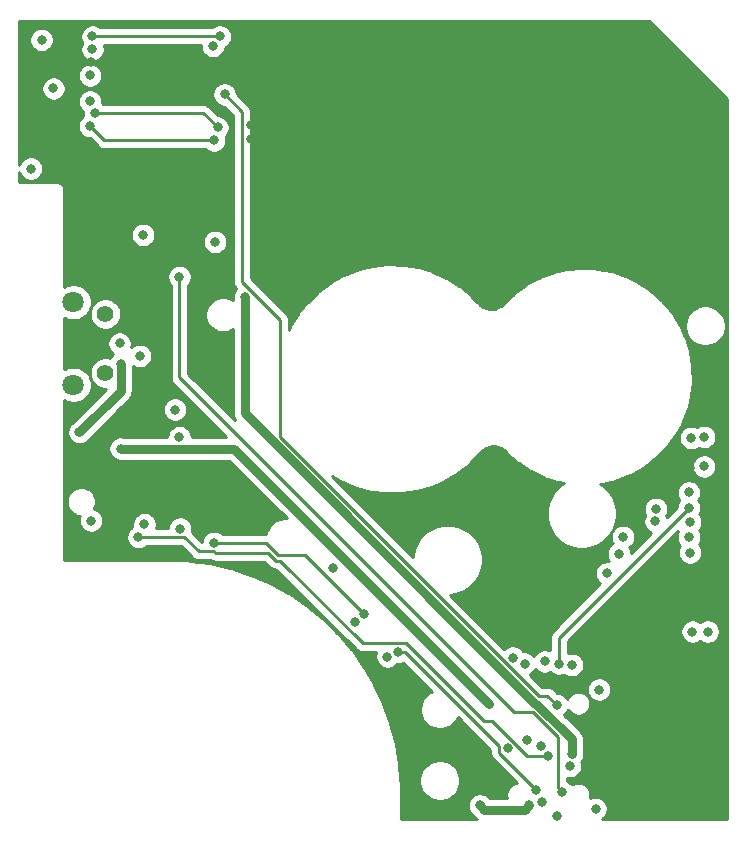
<source format=gbr>
G04 #@! TF.GenerationSoftware,KiCad,Pcbnew,5.1.6+dfsg1-1~bpo10+1*
G04 #@! TF.CreationDate,2021-03-28T20:23:35-04:00*
G04 #@! TF.ProjectId,RUSP_Daughterboard,52555350-5f44-4617-9567-68746572626f,rev?*
G04 #@! TF.SameCoordinates,Original*
G04 #@! TF.FileFunction,Copper,L2,Inr*
G04 #@! TF.FilePolarity,Positive*
%FSLAX46Y46*%
G04 Gerber Fmt 4.6, Leading zero omitted, Abs format (unit mm)*
G04 Created by KiCad (PCBNEW 5.1.6+dfsg1-1~bpo10+1) date 2021-03-28 20:23:35*
%MOMM*%
%LPD*%
G01*
G04 APERTURE LIST*
G04 #@! TA.AperFunction,ViaPad*
%ADD10C,1.408000*%
G04 #@! TD*
G04 #@! TA.AperFunction,ViaPad*
%ADD11C,1.800000*%
G04 #@! TD*
G04 #@! TA.AperFunction,ViaPad*
%ADD12C,0.800000*%
G04 #@! TD*
G04 #@! TA.AperFunction,Conductor*
%ADD13C,0.750000*%
G04 #@! TD*
G04 #@! TA.AperFunction,Conductor*
%ADD14C,0.250000*%
G04 #@! TD*
G04 #@! TA.AperFunction,Conductor*
%ADD15C,0.254000*%
G04 #@! TD*
G04 APERTURE END LIST*
D10*
X125700000Y-99500000D03*
X125700000Y-94500000D03*
D11*
X123000000Y-100500000D03*
X123000000Y-93500000D03*
D12*
X119400000Y-82200000D03*
X120300000Y-71300000D03*
X121300000Y-75400000D03*
X175300000Y-105000000D03*
X176400000Y-104900000D03*
X176700000Y-121400000D03*
X135000000Y-88400000D03*
X124500000Y-112000000D03*
X129000000Y-112300000D03*
X146800000Y-120600000D03*
X149582053Y-123517947D03*
X168185640Y-116452629D03*
X165200000Y-124200000D03*
X127000000Y-98700000D03*
X123500000Y-104500000D03*
X175200000Y-114700000D03*
X162618761Y-131086265D03*
X175200000Y-112100000D03*
X161200000Y-124100000D03*
X134800000Y-71800000D03*
X175100000Y-109600000D03*
X176400000Y-107400000D03*
X131600000Y-102600000D03*
X160200000Y-123600000D03*
X161400000Y-130600000D03*
X124500000Y-73200000D03*
X137900000Y-71000000D03*
X138000000Y-78500000D03*
X172300000Y-109600000D03*
X175200000Y-107500000D03*
X138000000Y-79700000D03*
X159200000Y-133800000D03*
X169100000Y-132700000D03*
X124400000Y-74300000D03*
X169541292Y-113370609D03*
X124600000Y-72100000D03*
X169181336Y-114820523D03*
X163900000Y-127600000D03*
X135800000Y-75900000D03*
X124400000Y-76500000D03*
X172274990Y-112057161D03*
X124800000Y-77500000D03*
X172300000Y-111000000D03*
X135200000Y-78700000D03*
X175100000Y-110900000D03*
X164100000Y-124100000D03*
X164400000Y-134974990D03*
X131974994Y-91346359D03*
X128887660Y-87812340D03*
X128500000Y-113400000D03*
X163200000Y-131900000D03*
X163900000Y-137025010D03*
X132029325Y-112674990D03*
X147571375Y-119928625D03*
X150500000Y-123100000D03*
X162200000Y-134800000D03*
X134891226Y-113875129D03*
X162700000Y-135800000D03*
X175400000Y-121400000D03*
X127000000Y-105900000D03*
X158200000Y-127500000D03*
X128625010Y-98044751D03*
X165029557Y-132760166D03*
X126900000Y-97000000D03*
X167200000Y-136400000D03*
X157400000Y-136100000D03*
X161600000Y-136100000D03*
X124400000Y-78600000D03*
X134900000Y-79800000D03*
X124600000Y-71000000D03*
X135400000Y-71000000D03*
X137500000Y-93100000D03*
X165201292Y-131775010D03*
X145000000Y-116000000D03*
X159755211Y-131280531D03*
X131962261Y-104924990D03*
X167500000Y-126300000D03*
X175100000Y-113400000D03*
X162912653Y-123912653D03*
D13*
X127000000Y-101000000D02*
X123500000Y-104500000D01*
X127000000Y-98700000D02*
X127000000Y-101000000D01*
D14*
X140469862Y-94996860D02*
X137274999Y-91801997D01*
X140469862Y-104899967D02*
X140469862Y-94996860D01*
X137274999Y-91801997D02*
X137274999Y-77374999D01*
X163900000Y-127600000D02*
X163104979Y-126804979D01*
X137274999Y-77374999D02*
X135800000Y-75900000D01*
X162374874Y-126804979D02*
X140469862Y-104899967D01*
X163104979Y-126804979D02*
X162374874Y-126804979D01*
X124800000Y-77500000D02*
X134000000Y-77500000D01*
X134000000Y-77500000D02*
X135200000Y-78700000D01*
X175100000Y-110900000D02*
X164100000Y-121900000D01*
X164100000Y-121900000D02*
X164100000Y-124100000D01*
X131974994Y-99858396D02*
X131974994Y-91346359D01*
X160321599Y-128205001D02*
X131974994Y-99858396D01*
X161905001Y-128205001D02*
X160321599Y-128205001D01*
X164000001Y-134574991D02*
X164000001Y-130300001D01*
X164000001Y-130300001D02*
X161905001Y-128205001D01*
X164400000Y-134974990D02*
X164000001Y-134574991D01*
X157500000Y-128700000D02*
X157600000Y-128800000D01*
X151174999Y-122374999D02*
X157500000Y-128700000D01*
X147501997Y-122374999D02*
X151174999Y-122374999D01*
X140502010Y-115375012D02*
X147501997Y-122374999D01*
X140129599Y-115375012D02*
X140502010Y-115375012D01*
X139454588Y-114700000D02*
X140129599Y-115375012D01*
X134977000Y-114700000D02*
X139454588Y-114700000D01*
X134877000Y-114600000D02*
X134977000Y-114700000D01*
X133600000Y-114600000D02*
X134877000Y-114600000D01*
X132400000Y-113400000D02*
X133600000Y-114600000D01*
X128500000Y-113400000D02*
X132400000Y-113400000D01*
X161400000Y-131900000D02*
X163200000Y-131900000D01*
X158439851Y-128939851D02*
X161400000Y-131900000D01*
X157500000Y-128700000D02*
X157739851Y-128939851D01*
X157739851Y-128939851D02*
X158439851Y-128939851D01*
X147571375Y-119928625D02*
X142567751Y-114925001D01*
X139266127Y-113875129D02*
X134891226Y-113875129D01*
X142567751Y-114925001D02*
X140315999Y-114925001D01*
X140315999Y-114925001D02*
X139266127Y-113875129D01*
X159030210Y-131064525D02*
X159030210Y-131630210D01*
X151065685Y-123100000D02*
X159030210Y-131064525D01*
X159030210Y-131630210D02*
X162200000Y-134800000D01*
X150500000Y-123100000D02*
X151065685Y-123100000D01*
D13*
X136600000Y-105900000D02*
X158200000Y-127500000D01*
X127000000Y-105900000D02*
X136600000Y-105900000D01*
X157799999Y-136499999D02*
X161200001Y-136499999D01*
X157400000Y-136100000D02*
X157799999Y-136499999D01*
X161200001Y-136499999D02*
X161600000Y-136100000D01*
D14*
X125600000Y-79800000D02*
X134900000Y-79800000D01*
X124400000Y-78600000D02*
X125600000Y-79800000D01*
X124600000Y-71000000D02*
X135400000Y-71000000D01*
D13*
X162084920Y-127504990D02*
X162194955Y-127504990D01*
X137500000Y-102920070D02*
X162084920Y-127504990D01*
X137500000Y-93100000D02*
X137500000Y-102920070D01*
X162194955Y-127504990D02*
X165201292Y-130511327D01*
X165201292Y-130511327D02*
X165201292Y-131775010D01*
D15*
G36*
X178290000Y-76294092D02*
G01*
X178290001Y-137290000D01*
X167730971Y-137290000D01*
X167859774Y-137203937D01*
X168003937Y-137059774D01*
X168117205Y-136890256D01*
X168195226Y-136701898D01*
X168235000Y-136501939D01*
X168235000Y-136298061D01*
X168195226Y-136098102D01*
X168117205Y-135909744D01*
X168003937Y-135740226D01*
X167859774Y-135596063D01*
X167690256Y-135482795D01*
X167501898Y-135404774D01*
X167301939Y-135365000D01*
X167098061Y-135365000D01*
X166898102Y-135404774D01*
X166719432Y-135478782D01*
X166755000Y-135299969D01*
X166755000Y-135100031D01*
X166715994Y-134903935D01*
X166639481Y-134719217D01*
X166528402Y-134552975D01*
X166387025Y-134411598D01*
X166220783Y-134300519D01*
X166036065Y-134224006D01*
X165839969Y-134185000D01*
X165640031Y-134185000D01*
X165443935Y-134224006D01*
X165259217Y-134300519D01*
X165214210Y-134330591D01*
X165203937Y-134315216D01*
X165059774Y-134171053D01*
X164890256Y-134057785D01*
X164760001Y-134003831D01*
X164760001Y-133761825D01*
X164927618Y-133795166D01*
X165131496Y-133795166D01*
X165331455Y-133755392D01*
X165519813Y-133677371D01*
X165689331Y-133564103D01*
X165833494Y-133419940D01*
X165946762Y-133250422D01*
X166024783Y-133062064D01*
X166064557Y-132862105D01*
X166064557Y-132658227D01*
X166024783Y-132458268D01*
X166011295Y-132425705D01*
X166118497Y-132265266D01*
X166196518Y-132076908D01*
X166236292Y-131876949D01*
X166236292Y-131673071D01*
X166211292Y-131547387D01*
X166211292Y-130560935D01*
X166216178Y-130511327D01*
X166196677Y-130313332D01*
X166138924Y-130122947D01*
X166112413Y-130073349D01*
X166045139Y-129947487D01*
X165918925Y-129793694D01*
X165880392Y-129762071D01*
X164537285Y-128418964D01*
X164559774Y-128403937D01*
X164703937Y-128259774D01*
X164817205Y-128090256D01*
X164854119Y-128001137D01*
X164951598Y-128147025D01*
X165092975Y-128288402D01*
X165259217Y-128399481D01*
X165443935Y-128475994D01*
X165640031Y-128515000D01*
X165839969Y-128515000D01*
X166036065Y-128475994D01*
X166220783Y-128399481D01*
X166387025Y-128288402D01*
X166528402Y-128147025D01*
X166639481Y-127980783D01*
X166715994Y-127796065D01*
X166755000Y-127599969D01*
X166755000Y-127400031D01*
X166715994Y-127203935D01*
X166639481Y-127019217D01*
X166528402Y-126852975D01*
X166387025Y-126711598D01*
X166220783Y-126600519D01*
X166036065Y-126524006D01*
X165839969Y-126485000D01*
X165640031Y-126485000D01*
X165443935Y-126524006D01*
X165259217Y-126600519D01*
X165092975Y-126711598D01*
X164951598Y-126852975D01*
X164840519Y-127019217D01*
X164808449Y-127096640D01*
X164703937Y-126940226D01*
X164559774Y-126796063D01*
X164390256Y-126682795D01*
X164201898Y-126604774D01*
X164001939Y-126565000D01*
X163939802Y-126565000D01*
X163668782Y-126293981D01*
X163644980Y-126264978D01*
X163563442Y-126198061D01*
X166465000Y-126198061D01*
X166465000Y-126401939D01*
X166504774Y-126601898D01*
X166582795Y-126790256D01*
X166696063Y-126959774D01*
X166840226Y-127103937D01*
X167009744Y-127217205D01*
X167198102Y-127295226D01*
X167398061Y-127335000D01*
X167601939Y-127335000D01*
X167801898Y-127295226D01*
X167990256Y-127217205D01*
X168159774Y-127103937D01*
X168303937Y-126959774D01*
X168417205Y-126790256D01*
X168495226Y-126601898D01*
X168535000Y-126401939D01*
X168535000Y-126198061D01*
X168495226Y-125998102D01*
X168417205Y-125809744D01*
X168303937Y-125640226D01*
X168159774Y-125496063D01*
X167990256Y-125382795D01*
X167801898Y-125304774D01*
X167601939Y-125265000D01*
X167398061Y-125265000D01*
X167198102Y-125304774D01*
X167009744Y-125382795D01*
X166840226Y-125496063D01*
X166696063Y-125640226D01*
X166582795Y-125809744D01*
X166504774Y-125998102D01*
X166465000Y-126198061D01*
X163563442Y-126198061D01*
X163529255Y-126170005D01*
X163397226Y-126099433D01*
X163253965Y-126055976D01*
X163142312Y-126044979D01*
X163142301Y-126044979D01*
X163104979Y-126041303D01*
X163067657Y-126044979D01*
X162689676Y-126044979D01*
X161670207Y-125025510D01*
X161690256Y-125017205D01*
X161859774Y-124903937D01*
X162003937Y-124759774D01*
X162117205Y-124590256D01*
X162119941Y-124583652D01*
X162252879Y-124716590D01*
X162422397Y-124829858D01*
X162610755Y-124907879D01*
X162810714Y-124947653D01*
X163014592Y-124947653D01*
X163214551Y-124907879D01*
X163376914Y-124840625D01*
X163440226Y-124903937D01*
X163609744Y-125017205D01*
X163798102Y-125095226D01*
X163998061Y-125135000D01*
X164201939Y-125135000D01*
X164401898Y-125095226D01*
X164571630Y-125024920D01*
X164709744Y-125117205D01*
X164898102Y-125195226D01*
X165098061Y-125235000D01*
X165301939Y-125235000D01*
X165501898Y-125195226D01*
X165690256Y-125117205D01*
X165859774Y-125003937D01*
X166003937Y-124859774D01*
X166117205Y-124690256D01*
X166195226Y-124501898D01*
X166235000Y-124301939D01*
X166235000Y-124098061D01*
X166195226Y-123898102D01*
X166117205Y-123709744D01*
X166003937Y-123540226D01*
X165859774Y-123396063D01*
X165690256Y-123282795D01*
X165501898Y-123204774D01*
X165301939Y-123165000D01*
X165098061Y-123165000D01*
X164898102Y-123204774D01*
X164860000Y-123220556D01*
X164860000Y-122214801D01*
X165776740Y-121298061D01*
X174365000Y-121298061D01*
X174365000Y-121501939D01*
X174404774Y-121701898D01*
X174482795Y-121890256D01*
X174596063Y-122059774D01*
X174740226Y-122203937D01*
X174909744Y-122317205D01*
X175098102Y-122395226D01*
X175298061Y-122435000D01*
X175501939Y-122435000D01*
X175701898Y-122395226D01*
X175890256Y-122317205D01*
X176050000Y-122210468D01*
X176209744Y-122317205D01*
X176398102Y-122395226D01*
X176598061Y-122435000D01*
X176801939Y-122435000D01*
X177001898Y-122395226D01*
X177190256Y-122317205D01*
X177359774Y-122203937D01*
X177503937Y-122059774D01*
X177617205Y-121890256D01*
X177695226Y-121701898D01*
X177735000Y-121501939D01*
X177735000Y-121298061D01*
X177695226Y-121098102D01*
X177617205Y-120909744D01*
X177503937Y-120740226D01*
X177359774Y-120596063D01*
X177190256Y-120482795D01*
X177001898Y-120404774D01*
X176801939Y-120365000D01*
X176598061Y-120365000D01*
X176398102Y-120404774D01*
X176209744Y-120482795D01*
X176050000Y-120589532D01*
X175890256Y-120482795D01*
X175701898Y-120404774D01*
X175501939Y-120365000D01*
X175298061Y-120365000D01*
X175098102Y-120404774D01*
X174909744Y-120482795D01*
X174740226Y-120596063D01*
X174596063Y-120740226D01*
X174482795Y-120909744D01*
X174404774Y-121098102D01*
X174365000Y-121298061D01*
X165776740Y-121298061D01*
X174218511Y-112856290D01*
X174182795Y-112909744D01*
X174104774Y-113098102D01*
X174065000Y-113298061D01*
X174065000Y-113501939D01*
X174104774Y-113701898D01*
X174182795Y-113890256D01*
X174296063Y-114059774D01*
X174348179Y-114111890D01*
X174282795Y-114209744D01*
X174204774Y-114398102D01*
X174165000Y-114598061D01*
X174165000Y-114801939D01*
X174204774Y-115001898D01*
X174282795Y-115190256D01*
X174396063Y-115359774D01*
X174540226Y-115503937D01*
X174709744Y-115617205D01*
X174898102Y-115695226D01*
X175098061Y-115735000D01*
X175301939Y-115735000D01*
X175501898Y-115695226D01*
X175690256Y-115617205D01*
X175859774Y-115503937D01*
X176003937Y-115359774D01*
X176117205Y-115190256D01*
X176195226Y-115001898D01*
X176235000Y-114801939D01*
X176235000Y-114598061D01*
X176195226Y-114398102D01*
X176117205Y-114209744D01*
X176003937Y-114040226D01*
X175951821Y-113988110D01*
X176017205Y-113890256D01*
X176095226Y-113701898D01*
X176135000Y-113501939D01*
X176135000Y-113298061D01*
X176095226Y-113098102D01*
X176017205Y-112909744D01*
X175951821Y-112811890D01*
X176003937Y-112759774D01*
X176117205Y-112590256D01*
X176195226Y-112401898D01*
X176235000Y-112201939D01*
X176235000Y-111998061D01*
X176195226Y-111798102D01*
X176117205Y-111609744D01*
X176003937Y-111440226D01*
X175991875Y-111428164D01*
X176017205Y-111390256D01*
X176095226Y-111201898D01*
X176135000Y-111001939D01*
X176135000Y-110798061D01*
X176095226Y-110598102D01*
X176017205Y-110409744D01*
X175910468Y-110250000D01*
X176017205Y-110090256D01*
X176095226Y-109901898D01*
X176135000Y-109701939D01*
X176135000Y-109498061D01*
X176095226Y-109298102D01*
X176017205Y-109109744D01*
X175903937Y-108940226D01*
X175759774Y-108796063D01*
X175590256Y-108682795D01*
X175401898Y-108604774D01*
X175201939Y-108565000D01*
X174998061Y-108565000D01*
X174798102Y-108604774D01*
X174609744Y-108682795D01*
X174440226Y-108796063D01*
X174296063Y-108940226D01*
X174182795Y-109109744D01*
X174104774Y-109298102D01*
X174065000Y-109498061D01*
X174065000Y-109701939D01*
X174104774Y-109901898D01*
X174182795Y-110090256D01*
X174289532Y-110250000D01*
X174182795Y-110409744D01*
X174104774Y-110598102D01*
X174065000Y-110798061D01*
X174065000Y-110860198D01*
X173240844Y-111684354D01*
X173192195Y-111566905D01*
X173179092Y-111547296D01*
X173217205Y-111490256D01*
X173295226Y-111301898D01*
X173335000Y-111101939D01*
X173335000Y-110898061D01*
X173295226Y-110698102D01*
X173217205Y-110509744D01*
X173103937Y-110340226D01*
X172959774Y-110196063D01*
X172790256Y-110082795D01*
X172601898Y-110004774D01*
X172401939Y-109965000D01*
X172198061Y-109965000D01*
X171998102Y-110004774D01*
X171809744Y-110082795D01*
X171640226Y-110196063D01*
X171496063Y-110340226D01*
X171382795Y-110509744D01*
X171304774Y-110698102D01*
X171265000Y-110898061D01*
X171265000Y-111101939D01*
X171304774Y-111301898D01*
X171382795Y-111490256D01*
X171395898Y-111509865D01*
X171357785Y-111566905D01*
X171279764Y-111755263D01*
X171239990Y-111955222D01*
X171239990Y-112159100D01*
X171279764Y-112359059D01*
X171357785Y-112547417D01*
X171471053Y-112716935D01*
X171615216Y-112861098D01*
X171784734Y-112974366D01*
X171902183Y-113023015D01*
X170214723Y-114710475D01*
X170176562Y-114518625D01*
X170098541Y-114330267D01*
X170058252Y-114269971D01*
X170201066Y-114174546D01*
X170345229Y-114030383D01*
X170458497Y-113860865D01*
X170536518Y-113672507D01*
X170576292Y-113472548D01*
X170576292Y-113268670D01*
X170536518Y-113068711D01*
X170458497Y-112880353D01*
X170345229Y-112710835D01*
X170201066Y-112566672D01*
X170031548Y-112453404D01*
X169843190Y-112375383D01*
X169643231Y-112335609D01*
X169439353Y-112335609D01*
X169239394Y-112375383D01*
X169051036Y-112453404D01*
X168881518Y-112566672D01*
X168737355Y-112710835D01*
X168624087Y-112880353D01*
X168546066Y-113068711D01*
X168506292Y-113268670D01*
X168506292Y-113472548D01*
X168546066Y-113672507D01*
X168624087Y-113860865D01*
X168664376Y-113921161D01*
X168521562Y-114016586D01*
X168377399Y-114160749D01*
X168264131Y-114330267D01*
X168186110Y-114518625D01*
X168146336Y-114718584D01*
X168146336Y-114922462D01*
X168186110Y-115122421D01*
X168264131Y-115310779D01*
X168342875Y-115428628D01*
X168287579Y-115417629D01*
X168083701Y-115417629D01*
X167883742Y-115457403D01*
X167695384Y-115535424D01*
X167525866Y-115648692D01*
X167381703Y-115792855D01*
X167268435Y-115962373D01*
X167190414Y-116150731D01*
X167150640Y-116350690D01*
X167150640Y-116554568D01*
X167190414Y-116754527D01*
X167268435Y-116942885D01*
X167381703Y-117112403D01*
X167525866Y-117256566D01*
X167611448Y-117313750D01*
X163589003Y-121336196D01*
X163559999Y-121359999D01*
X163514694Y-121415204D01*
X163465026Y-121475724D01*
X163418713Y-121562369D01*
X163394454Y-121607754D01*
X163350997Y-121751015D01*
X163340000Y-121862668D01*
X163340000Y-121862678D01*
X163336324Y-121900000D01*
X163340000Y-121937323D01*
X163340000Y-122969390D01*
X163214551Y-122917427D01*
X163014592Y-122877653D01*
X162810714Y-122877653D01*
X162610755Y-122917427D01*
X162422397Y-122995448D01*
X162252879Y-123108716D01*
X162108716Y-123252879D01*
X161995448Y-123422397D01*
X161992712Y-123429001D01*
X161859774Y-123296063D01*
X161690256Y-123182795D01*
X161501898Y-123104774D01*
X161301939Y-123065000D01*
X161098061Y-123065000D01*
X161088570Y-123066888D01*
X161003937Y-122940226D01*
X160859774Y-122796063D01*
X160690256Y-122682795D01*
X160501898Y-122604774D01*
X160301939Y-122565000D01*
X160098061Y-122565000D01*
X159898102Y-122604774D01*
X159709744Y-122682795D01*
X159540226Y-122796063D01*
X159490493Y-122845796D01*
X154911347Y-118266650D01*
X154970091Y-118266650D01*
X155543048Y-118152682D01*
X156082762Y-117929125D01*
X156568492Y-117604571D01*
X156981571Y-117191492D01*
X157306125Y-116705762D01*
X157529682Y-116166048D01*
X157643650Y-115593091D01*
X157643650Y-115008909D01*
X157529682Y-114435952D01*
X157306125Y-113896238D01*
X156981571Y-113410508D01*
X156568492Y-112997429D01*
X156082762Y-112672875D01*
X155543048Y-112449318D01*
X154970091Y-112335350D01*
X154385909Y-112335350D01*
X153812952Y-112449318D01*
X153273238Y-112672875D01*
X152787508Y-112997429D01*
X152374429Y-113410508D01*
X152049875Y-113896238D01*
X151826318Y-114435952D01*
X151712350Y-115008909D01*
X151712350Y-115067654D01*
X144883241Y-108238545D01*
X145740358Y-108724388D01*
X145753764Y-108730853D01*
X145766531Y-108738508D01*
X145825106Y-108765259D01*
X145825124Y-108765268D01*
X145825129Y-108765270D01*
X146931633Y-109211114D01*
X146945774Y-109215748D01*
X146959442Y-109221648D01*
X147021060Y-109240423D01*
X148176814Y-109536011D01*
X148191445Y-109538735D01*
X148205774Y-109542775D01*
X148269334Y-109553235D01*
X149454029Y-109693370D01*
X149468886Y-109694135D01*
X149483629Y-109696245D01*
X149548012Y-109698207D01*
X149548014Y-109698207D01*
X150740835Y-109680427D01*
X150755672Y-109679219D01*
X150770554Y-109679361D01*
X150834634Y-109672791D01*
X152014625Y-109497409D01*
X152029170Y-109494250D01*
X152043942Y-109492422D01*
X152106590Y-109477435D01*
X153253021Y-109147533D01*
X153267014Y-109142480D01*
X153281422Y-109138713D01*
X153341510Y-109115581D01*
X153341536Y-109115572D01*
X153341543Y-109115568D01*
X154434266Y-108636943D01*
X154447473Y-108630081D01*
X154461250Y-108624444D01*
X154517776Y-108593556D01*
X155537603Y-107974613D01*
X155549786Y-107966065D01*
X155562697Y-107958655D01*
X155614641Y-107920562D01*
X156543652Y-107172177D01*
X156554596Y-107162094D01*
X156566416Y-107153040D01*
X156612841Y-107108435D01*
X156612866Y-107108412D01*
X156612873Y-107108404D01*
X157408333Y-106271511D01*
X157413608Y-106267347D01*
X157420704Y-106260424D01*
X157663157Y-106020595D01*
X157889511Y-105870841D01*
X158140644Y-105767903D01*
X158406991Y-105715704D01*
X158678404Y-105716232D01*
X158944540Y-105769468D01*
X159195273Y-105873384D01*
X159431504Y-106031000D01*
X159582580Y-106171383D01*
X159595844Y-106181487D01*
X159696570Y-106285046D01*
X159714855Y-106301449D01*
X159732005Y-106319042D01*
X159737571Y-106323972D01*
X160606763Y-107085722D01*
X160642238Y-107112778D01*
X160677376Y-107140162D01*
X160683559Y-107144291D01*
X161648090Y-107781030D01*
X161686905Y-107803018D01*
X161725439Y-107825383D01*
X161732125Y-107828634D01*
X162774148Y-108328580D01*
X162815566Y-108345088D01*
X162856800Y-108362026D01*
X162863866Y-108364340D01*
X163964100Y-108718242D01*
X164007437Y-108728992D01*
X164050525Y-108740160D01*
X164057840Y-108741494D01*
X164530580Y-108825114D01*
X164133508Y-109090429D01*
X163720429Y-109503508D01*
X163395875Y-109989238D01*
X163172318Y-110528952D01*
X163058350Y-111101909D01*
X163058350Y-111686091D01*
X163172318Y-112259048D01*
X163395875Y-112798762D01*
X163720429Y-113284492D01*
X164133508Y-113697571D01*
X164619238Y-114022125D01*
X165158952Y-114245682D01*
X165731909Y-114359650D01*
X166316091Y-114359650D01*
X166889048Y-114245682D01*
X167428762Y-114022125D01*
X167914492Y-113697571D01*
X168327571Y-113284492D01*
X168652125Y-112798762D01*
X168875682Y-112259048D01*
X168989650Y-111686091D01*
X168989650Y-111101909D01*
X168875682Y-110528952D01*
X168652125Y-109989238D01*
X168327571Y-109503508D01*
X167914492Y-109090429D01*
X167615640Y-108890743D01*
X167693661Y-108883135D01*
X167737687Y-108875792D01*
X167781684Y-108868927D01*
X167788927Y-108867246D01*
X168913357Y-108600011D01*
X168955969Y-108586764D01*
X168998638Y-108573988D01*
X169005571Y-108571344D01*
X169005585Y-108571340D01*
X169005597Y-108571334D01*
X170083344Y-108153974D01*
X170123770Y-108135063D01*
X170164303Y-108116618D01*
X170170827Y-108113051D01*
X171181971Y-107553279D01*
X171219422Y-107529079D01*
X171257113Y-107505281D01*
X171263092Y-107500862D01*
X171534486Y-107298061D01*
X175365000Y-107298061D01*
X175365000Y-107501939D01*
X175404774Y-107701898D01*
X175482795Y-107890256D01*
X175596063Y-108059774D01*
X175740226Y-108203937D01*
X175909744Y-108317205D01*
X176098102Y-108395226D01*
X176298061Y-108435000D01*
X176501939Y-108435000D01*
X176701898Y-108395226D01*
X176890256Y-108317205D01*
X177059774Y-108203937D01*
X177203937Y-108059774D01*
X177317205Y-107890256D01*
X177395226Y-107701898D01*
X177435000Y-107501939D01*
X177435000Y-107298061D01*
X177395226Y-107098102D01*
X177317205Y-106909744D01*
X177203937Y-106740226D01*
X177059774Y-106596063D01*
X176890256Y-106482795D01*
X176701898Y-106404774D01*
X176501939Y-106365000D01*
X176298061Y-106365000D01*
X176098102Y-106404774D01*
X175909744Y-106482795D01*
X175740226Y-106596063D01*
X175596063Y-106740226D01*
X175482795Y-106909744D01*
X175404774Y-107098102D01*
X175365000Y-107298061D01*
X171534486Y-107298061D01*
X172188911Y-106809040D01*
X172222773Y-106779946D01*
X172256842Y-106751289D01*
X172262159Y-106746106D01*
X172262167Y-106746099D01*
X172262174Y-106746091D01*
X173085530Y-105935030D01*
X173115152Y-105901584D01*
X173144995Y-105868593D01*
X173149566Y-105862729D01*
X173855235Y-104947422D01*
X173880019Y-104910303D01*
X173888379Y-104898061D01*
X174265000Y-104898061D01*
X174265000Y-105101939D01*
X174304774Y-105301898D01*
X174382795Y-105490256D01*
X174496063Y-105659774D01*
X174640226Y-105803937D01*
X174809744Y-105917205D01*
X174998102Y-105995226D01*
X175198061Y-106035000D01*
X175401939Y-106035000D01*
X175601898Y-105995226D01*
X175790256Y-105917205D01*
X175928370Y-105824920D01*
X176098102Y-105895226D01*
X176298061Y-105935000D01*
X176501939Y-105935000D01*
X176701898Y-105895226D01*
X176890256Y-105817205D01*
X177059774Y-105703937D01*
X177203937Y-105559774D01*
X177317205Y-105390256D01*
X177395226Y-105201898D01*
X177435000Y-105001939D01*
X177435000Y-104798061D01*
X177395226Y-104598102D01*
X177317205Y-104409744D01*
X177203937Y-104240226D01*
X177059774Y-104096063D01*
X176890256Y-103982795D01*
X176701898Y-103904774D01*
X176501939Y-103865000D01*
X176298061Y-103865000D01*
X176098102Y-103904774D01*
X175909744Y-103982795D01*
X175771630Y-104075080D01*
X175601898Y-104004774D01*
X175401939Y-103965000D01*
X175198061Y-103965000D01*
X174998102Y-104004774D01*
X174809744Y-104082795D01*
X174640226Y-104196063D01*
X174496063Y-104340226D01*
X174382795Y-104509744D01*
X174304774Y-104698102D01*
X174265000Y-104898061D01*
X173888379Y-104898061D01*
X173905133Y-104873530D01*
X173908866Y-104867099D01*
X174483786Y-103864489D01*
X174503284Y-103824389D01*
X174523195Y-103784509D01*
X174526020Y-103777631D01*
X174959550Y-102706273D01*
X174973443Y-102663843D01*
X174987739Y-102621684D01*
X174989605Y-102614487D01*
X175273724Y-101494204D01*
X175281719Y-101450342D01*
X175290173Y-101406572D01*
X175291044Y-101399188D01*
X175420495Y-100250710D01*
X175422462Y-100206206D01*
X175424899Y-100161656D01*
X175424760Y-100154222D01*
X175397146Y-98998802D01*
X175393051Y-98954399D01*
X175389423Y-98909976D01*
X175388277Y-98902630D01*
X175204111Y-97761647D01*
X175194017Y-97718165D01*
X175184404Y-97674690D01*
X175182275Y-97667582D01*
X175182272Y-97667567D01*
X175182267Y-97667554D01*
X174844959Y-96562135D01*
X174829067Y-96520449D01*
X174813633Y-96478657D01*
X174810554Y-96471889D01*
X174326340Y-95422465D01*
X174304929Y-95383307D01*
X174283974Y-95344010D01*
X174280005Y-95337723D01*
X174274508Y-95329117D01*
X174765000Y-95329117D01*
X174765000Y-95670883D01*
X174831675Y-96006081D01*
X174962463Y-96321831D01*
X175152337Y-96605998D01*
X175394002Y-96847663D01*
X175678169Y-97037537D01*
X175993919Y-97168325D01*
X176329117Y-97235000D01*
X176670883Y-97235000D01*
X177006081Y-97168325D01*
X177321831Y-97037537D01*
X177605998Y-96847663D01*
X177847663Y-96605998D01*
X178037537Y-96321831D01*
X178168325Y-96006081D01*
X178235000Y-95670883D01*
X178235000Y-95329117D01*
X178168325Y-94993919D01*
X178037537Y-94678169D01*
X177847663Y-94394002D01*
X177605998Y-94152337D01*
X177321831Y-93962463D01*
X177006081Y-93831675D01*
X176670883Y-93765000D01*
X176329117Y-93765000D01*
X175993919Y-93831675D01*
X175678169Y-93962463D01*
X175394002Y-94152337D01*
X175152337Y-94394002D01*
X174962463Y-94678169D01*
X174831675Y-94993919D01*
X174765000Y-95329117D01*
X174274508Y-95329117D01*
X173657846Y-94363722D01*
X173631328Y-94327844D01*
X173605225Y-94291743D01*
X173600439Y-94286053D01*
X172851850Y-93405501D01*
X172820720Y-93373566D01*
X172789947Y-93341329D01*
X172784433Y-93336342D01*
X171923266Y-92565532D01*
X171888104Y-92538128D01*
X171853227Y-92510355D01*
X171847087Y-92506162D01*
X170889276Y-91859357D01*
X170850708Y-91836972D01*
X170812396Y-91814196D01*
X170805744Y-91810875D01*
X169769013Y-91300045D01*
X169727750Y-91283096D01*
X169686716Y-91265736D01*
X169679675Y-91263348D01*
X168583209Y-90897944D01*
X168540045Y-90886756D01*
X168497016Y-90875121D01*
X168489716Y-90873711D01*
X167353804Y-90660497D01*
X167309484Y-90655266D01*
X167265312Y-90649583D01*
X167257888Y-90649176D01*
X166103549Y-90592094D01*
X166058924Y-90592927D01*
X166014394Y-90593291D01*
X166006983Y-90593896D01*
X164855577Y-90694005D01*
X164811481Y-90700886D01*
X164767411Y-90707291D01*
X164760153Y-90708895D01*
X164760147Y-90708897D01*
X163632984Y-90964341D01*
X163590291Y-90977124D01*
X163547435Y-90989469D01*
X163540460Y-90992045D01*
X162458390Y-91398102D01*
X162417774Y-91416585D01*
X162377044Y-91434608D01*
X162370483Y-91438106D01*
X161353533Y-91987259D01*
X161315807Y-92011079D01*
X161277892Y-92034468D01*
X161271867Y-92038824D01*
X160338854Y-92720913D01*
X160304705Y-92749637D01*
X160270321Y-92777950D01*
X160264952Y-92783076D01*
X160264943Y-92783083D01*
X160264936Y-92783091D01*
X159439178Y-93579654D01*
X159194350Y-93804852D01*
X158962632Y-93946341D01*
X158707855Y-94040123D01*
X158439710Y-94082635D01*
X158168414Y-94072253D01*
X157904298Y-94009374D01*
X157657432Y-93896395D01*
X157436113Y-93736825D01*
X157212365Y-93498756D01*
X157209465Y-93496219D01*
X157203178Y-93489162D01*
X156685928Y-92959039D01*
X156681507Y-92955071D01*
X156677566Y-92950610D01*
X156629806Y-92907386D01*
X155709903Y-92147834D01*
X155697823Y-92139139D01*
X155686580Y-92129384D01*
X155633523Y-92092856D01*
X154621245Y-91461640D01*
X154608121Y-91454619D01*
X154595687Y-91446437D01*
X154538265Y-91417247D01*
X153451398Y-90925456D01*
X153437466Y-90920234D01*
X153424054Y-90913766D01*
X153363276Y-90892427D01*
X152220912Y-90548701D01*
X152206406Y-90545367D01*
X152192262Y-90540731D01*
X152129196Y-90527618D01*
X150951409Y-90337996D01*
X150936587Y-90336609D01*
X150921955Y-90333885D01*
X150857709Y-90329227D01*
X149665189Y-90297041D01*
X149650310Y-90297627D01*
X149635451Y-90296862D01*
X149571153Y-90300743D01*
X148384852Y-90426558D01*
X148370195Y-90429104D01*
X148355352Y-90430312D01*
X148292140Y-90442661D01*
X148292131Y-90442663D01*
X148292128Y-90442664D01*
X147132892Y-90724268D01*
X147118692Y-90728733D01*
X147104146Y-90731892D01*
X147043115Y-90752495D01*
X145931302Y-91184944D01*
X145917814Y-91191249D01*
X145903818Y-91196303D01*
X145846047Y-91224797D01*
X144801196Y-91800492D01*
X144788667Y-91808521D01*
X144775456Y-91815385D01*
X144721962Y-91851269D01*
X143762428Y-92560094D01*
X143751070Y-92569710D01*
X143738883Y-92578261D01*
X143690605Y-92620905D01*
X142833246Y-93450408D01*
X142823255Y-93461447D01*
X142812311Y-93471530D01*
X142770096Y-93520185D01*
X142029977Y-94455792D01*
X142021536Y-94468052D01*
X142012019Y-94479497D01*
X141976625Y-94533285D01*
X141976610Y-94533307D01*
X141976607Y-94533314D01*
X141366732Y-95558582D01*
X141359985Y-95571854D01*
X141352068Y-95584453D01*
X141324087Y-95642474D01*
X141229862Y-95862890D01*
X141229862Y-95034193D01*
X141233539Y-94996860D01*
X141218865Y-94847874D01*
X141175408Y-94704613D01*
X141104836Y-94572584D01*
X141067110Y-94526615D01*
X141009863Y-94456859D01*
X140980865Y-94433061D01*
X138034999Y-91487196D01*
X138034999Y-77412332D01*
X138038676Y-77374999D01*
X138024002Y-77226013D01*
X137980545Y-77082752D01*
X137909973Y-76950723D01*
X137838798Y-76863996D01*
X137815000Y-76834998D01*
X137786002Y-76811200D01*
X136835000Y-75860199D01*
X136835000Y-75798061D01*
X136795226Y-75598102D01*
X136717205Y-75409744D01*
X136603937Y-75240226D01*
X136459774Y-75096063D01*
X136290256Y-74982795D01*
X136101898Y-74904774D01*
X135901939Y-74865000D01*
X135698061Y-74865000D01*
X135498102Y-74904774D01*
X135309744Y-74982795D01*
X135140226Y-75096063D01*
X134996063Y-75240226D01*
X134882795Y-75409744D01*
X134804774Y-75598102D01*
X134765000Y-75798061D01*
X134765000Y-76001939D01*
X134804774Y-76201898D01*
X134882795Y-76390256D01*
X134996063Y-76559774D01*
X135140226Y-76703937D01*
X135309744Y-76817205D01*
X135498102Y-76895226D01*
X135698061Y-76935000D01*
X135760199Y-76935000D01*
X136515000Y-77689802D01*
X136514999Y-91764675D01*
X136511323Y-91801997D01*
X136514999Y-91839319D01*
X136514999Y-91839329D01*
X136525996Y-91950982D01*
X136563892Y-92075911D01*
X136569453Y-92094243D01*
X136640025Y-92226273D01*
X136663106Y-92254397D01*
X136734998Y-92341998D01*
X136764002Y-92365801D01*
X136767245Y-92369044D01*
X136696063Y-92440226D01*
X136582795Y-92609744D01*
X136504774Y-92798102D01*
X136465000Y-92998061D01*
X136465000Y-93201939D01*
X136490000Y-93327624D01*
X136490000Y-93353617D01*
X136348411Y-93259010D01*
X136078158Y-93147068D01*
X135791260Y-93090000D01*
X135498740Y-93090000D01*
X135211842Y-93147068D01*
X134941589Y-93259010D01*
X134698368Y-93421525D01*
X134491525Y-93628368D01*
X134329010Y-93871589D01*
X134217068Y-94141842D01*
X134160000Y-94428740D01*
X134160000Y-94721260D01*
X134217068Y-95008158D01*
X134329010Y-95278411D01*
X134491525Y-95521632D01*
X134698368Y-95728475D01*
X134941589Y-95890990D01*
X135211842Y-96002932D01*
X135498740Y-96060000D01*
X135791260Y-96060000D01*
X136078158Y-96002932D01*
X136348411Y-95890990D01*
X136490000Y-95796383D01*
X136490001Y-102870452D01*
X136485114Y-102920070D01*
X136504615Y-103118064D01*
X136562368Y-103308449D01*
X136634158Y-103442759D01*
X132734994Y-99543595D01*
X132734994Y-92050070D01*
X132778931Y-92006133D01*
X132892199Y-91836615D01*
X132970220Y-91648257D01*
X133009994Y-91448298D01*
X133009994Y-91244420D01*
X132970220Y-91044461D01*
X132892199Y-90856103D01*
X132778931Y-90686585D01*
X132634768Y-90542422D01*
X132465250Y-90429154D01*
X132276892Y-90351133D01*
X132076933Y-90311359D01*
X131873055Y-90311359D01*
X131673096Y-90351133D01*
X131484738Y-90429154D01*
X131315220Y-90542422D01*
X131171057Y-90686585D01*
X131057789Y-90856103D01*
X130979768Y-91044461D01*
X130939994Y-91244420D01*
X130939994Y-91448298D01*
X130979768Y-91648257D01*
X131057789Y-91836615D01*
X131171057Y-92006133D01*
X131214995Y-92050071D01*
X131214994Y-99821074D01*
X131211318Y-99858396D01*
X131214994Y-99895718D01*
X131214994Y-99895728D01*
X131225991Y-100007381D01*
X131261804Y-100125443D01*
X131269448Y-100150642D01*
X131340020Y-100282672D01*
X131379865Y-100331222D01*
X131434993Y-100398397D01*
X131463997Y-100422200D01*
X135931797Y-104890000D01*
X132997261Y-104890000D01*
X132997261Y-104823051D01*
X132957487Y-104623092D01*
X132879466Y-104434734D01*
X132766198Y-104265216D01*
X132622035Y-104121053D01*
X132452517Y-104007785D01*
X132264159Y-103929764D01*
X132064200Y-103889990D01*
X131860322Y-103889990D01*
X131660363Y-103929764D01*
X131472005Y-104007785D01*
X131302487Y-104121053D01*
X131158324Y-104265216D01*
X131045056Y-104434734D01*
X130967035Y-104623092D01*
X130927261Y-104823051D01*
X130927261Y-104890000D01*
X127227623Y-104890000D01*
X127101939Y-104865000D01*
X126898061Y-104865000D01*
X126698102Y-104904774D01*
X126509744Y-104982795D01*
X126340226Y-105096063D01*
X126196063Y-105240226D01*
X126082795Y-105409744D01*
X126004774Y-105598102D01*
X125965000Y-105798061D01*
X125965000Y-106001939D01*
X126004774Y-106201898D01*
X126082795Y-106390256D01*
X126196063Y-106559774D01*
X126340226Y-106703937D01*
X126509744Y-106817205D01*
X126698102Y-106895226D01*
X126898061Y-106935000D01*
X127101939Y-106935000D01*
X127227623Y-106910000D01*
X136181645Y-106910000D01*
X141036645Y-111765000D01*
X140829117Y-111765000D01*
X140493919Y-111831675D01*
X140178169Y-111962463D01*
X139894002Y-112152337D01*
X139652337Y-112394002D01*
X139462463Y-112678169D01*
X139331675Y-112993919D01*
X139307486Y-113115526D01*
X139303460Y-113115129D01*
X139303449Y-113115129D01*
X139266127Y-113111453D01*
X139228805Y-113115129D01*
X135594937Y-113115129D01*
X135551000Y-113071192D01*
X135381482Y-112957924D01*
X135193124Y-112879903D01*
X134993165Y-112840129D01*
X134789287Y-112840129D01*
X134589328Y-112879903D01*
X134400970Y-112957924D01*
X134231452Y-113071192D01*
X134087289Y-113215355D01*
X133974021Y-113384873D01*
X133896000Y-113573231D01*
X133856226Y-113773190D01*
X133856226Y-113781424D01*
X133029053Y-112954252D01*
X133064325Y-112776929D01*
X133064325Y-112573051D01*
X133024551Y-112373092D01*
X132946530Y-112184734D01*
X132833262Y-112015216D01*
X132689099Y-111871053D01*
X132519581Y-111757785D01*
X132331223Y-111679764D01*
X132131264Y-111639990D01*
X131927386Y-111639990D01*
X131727427Y-111679764D01*
X131539069Y-111757785D01*
X131369551Y-111871053D01*
X131225388Y-112015216D01*
X131112120Y-112184734D01*
X131034099Y-112373092D01*
X130994325Y-112573051D01*
X130994325Y-112640000D01*
X129979444Y-112640000D01*
X129995226Y-112601898D01*
X130035000Y-112401939D01*
X130035000Y-112198061D01*
X129995226Y-111998102D01*
X129917205Y-111809744D01*
X129803937Y-111640226D01*
X129659774Y-111496063D01*
X129490256Y-111382795D01*
X129301898Y-111304774D01*
X129101939Y-111265000D01*
X128898061Y-111265000D01*
X128698102Y-111304774D01*
X128509744Y-111382795D01*
X128340226Y-111496063D01*
X128196063Y-111640226D01*
X128082795Y-111809744D01*
X128004774Y-111998102D01*
X127965000Y-112198061D01*
X127965000Y-112401939D01*
X127984445Y-112499699D01*
X127840226Y-112596063D01*
X127696063Y-112740226D01*
X127582795Y-112909744D01*
X127504774Y-113098102D01*
X127465000Y-113298061D01*
X127465000Y-113501939D01*
X127504774Y-113701898D01*
X127582795Y-113890256D01*
X127696063Y-114059774D01*
X127840226Y-114203937D01*
X128009744Y-114317205D01*
X128198102Y-114395226D01*
X128398061Y-114435000D01*
X128601939Y-114435000D01*
X128801898Y-114395226D01*
X128990256Y-114317205D01*
X129159774Y-114203937D01*
X129203711Y-114160000D01*
X132085199Y-114160000D01*
X133036200Y-115111002D01*
X133059999Y-115140001D01*
X133175724Y-115234974D01*
X133307753Y-115305546D01*
X133451014Y-115349003D01*
X133562667Y-115360000D01*
X133562676Y-115360000D01*
X133599999Y-115363676D01*
X133637322Y-115360000D01*
X134599544Y-115360000D01*
X134684753Y-115405546D01*
X134828014Y-115449003D01*
X134939667Y-115460000D01*
X134939677Y-115460000D01*
X134976999Y-115463676D01*
X135014322Y-115460000D01*
X139139786Y-115460000D01*
X139565799Y-115886014D01*
X139589598Y-115915013D01*
X139705323Y-116009986D01*
X139837352Y-116080558D01*
X139980613Y-116124015D01*
X140092266Y-116135012D01*
X140092275Y-116135012D01*
X140129598Y-116138688D01*
X140166921Y-116135012D01*
X140187209Y-116135012D01*
X146938197Y-122886001D01*
X146961996Y-122915000D01*
X146990994Y-122938798D01*
X147077721Y-123009973D01*
X147209750Y-123080545D01*
X147353011Y-123124002D01*
X147501997Y-123138676D01*
X147539330Y-123134999D01*
X148620399Y-123134999D01*
X148586827Y-123216049D01*
X148547053Y-123416008D01*
X148547053Y-123619886D01*
X148586827Y-123819845D01*
X148664848Y-124008203D01*
X148778116Y-124177721D01*
X148922279Y-124321884D01*
X149091797Y-124435152D01*
X149280155Y-124513173D01*
X149480114Y-124552947D01*
X149683992Y-124552947D01*
X149883951Y-124513173D01*
X150072309Y-124435152D01*
X150241827Y-124321884D01*
X150385990Y-124177721D01*
X150414535Y-124135000D01*
X150601939Y-124135000D01*
X150801898Y-124095226D01*
X150932155Y-124041271D01*
X153359441Y-126468557D01*
X153213695Y-126528927D01*
X152941812Y-126710594D01*
X152710594Y-126941812D01*
X152528927Y-127213695D01*
X152403793Y-127515796D01*
X152340000Y-127836504D01*
X152340000Y-128163496D01*
X152403793Y-128484204D01*
X152528927Y-128786305D01*
X152710594Y-129058188D01*
X152941812Y-129289406D01*
X153213695Y-129471073D01*
X153515796Y-129596207D01*
X153836504Y-129660000D01*
X154163496Y-129660000D01*
X154484204Y-129596207D01*
X154786305Y-129471073D01*
X155058188Y-129289406D01*
X155289406Y-129058188D01*
X155471073Y-128786305D01*
X155531443Y-128640559D01*
X158270210Y-131379327D01*
X158270210Y-131592888D01*
X158266534Y-131630210D01*
X158270210Y-131667532D01*
X158270210Y-131667543D01*
X158281207Y-131779196D01*
X158324664Y-131922457D01*
X158342716Y-131956229D01*
X158395236Y-132054486D01*
X158432911Y-132100392D01*
X158490210Y-132170211D01*
X158519208Y-132194009D01*
X160518466Y-134193268D01*
X160363935Y-134224006D01*
X160179217Y-134300519D01*
X160012975Y-134411598D01*
X159871598Y-134552975D01*
X159760519Y-134719217D01*
X159684006Y-134903935D01*
X159645000Y-135100031D01*
X159645000Y-135299969D01*
X159682799Y-135489999D01*
X158237194Y-135489999D01*
X158203937Y-135440226D01*
X158059774Y-135296063D01*
X157890256Y-135182795D01*
X157701898Y-135104774D01*
X157501939Y-135065000D01*
X157298061Y-135065000D01*
X157098102Y-135104774D01*
X156909744Y-135182795D01*
X156740226Y-135296063D01*
X156596063Y-135440226D01*
X156482795Y-135609744D01*
X156404774Y-135798102D01*
X156365000Y-135998061D01*
X156365000Y-136201939D01*
X156404774Y-136401898D01*
X156482795Y-136590256D01*
X156596063Y-136759774D01*
X156740226Y-136903937D01*
X156846778Y-136975133D01*
X157050734Y-137179088D01*
X157082366Y-137217632D01*
X157170547Y-137290000D01*
X150710000Y-137290000D01*
X150710000Y-134965123D01*
X150709513Y-134960182D01*
X150702523Y-134459576D01*
X150702449Y-134458337D01*
X150702484Y-134457097D01*
X150700685Y-134417490D01*
X150657478Y-133829117D01*
X152265000Y-133829117D01*
X152265000Y-134170883D01*
X152331675Y-134506081D01*
X152462463Y-134821831D01*
X152652337Y-135105998D01*
X152894002Y-135347663D01*
X153178169Y-135537537D01*
X153493919Y-135668325D01*
X153829117Y-135735000D01*
X154170883Y-135735000D01*
X154506081Y-135668325D01*
X154821831Y-135537537D01*
X155105998Y-135347663D01*
X155347663Y-135105998D01*
X155537537Y-134821831D01*
X155668325Y-134506081D01*
X155735000Y-134170883D01*
X155735000Y-133829117D01*
X155668325Y-133493919D01*
X155537537Y-133178169D01*
X155347663Y-132894002D01*
X155105998Y-132652337D01*
X154821831Y-132462463D01*
X154506081Y-132331675D01*
X154170883Y-132265000D01*
X153829117Y-132265000D01*
X153493919Y-132331675D01*
X153178169Y-132462463D01*
X152894002Y-132652337D01*
X152652337Y-132894002D01*
X152462463Y-133178169D01*
X152331675Y-133493919D01*
X152265000Y-133829117D01*
X150657478Y-133829117D01*
X150574438Y-132698326D01*
X150572971Y-132686020D01*
X150572192Y-132673645D01*
X150566811Y-132634363D01*
X150285270Y-130933716D01*
X150282694Y-130921596D01*
X150280797Y-130909342D01*
X150271878Y-130870709D01*
X149837363Y-129202578D01*
X149833695Y-129190727D01*
X149830698Y-129178708D01*
X149818331Y-129141095D01*
X149818315Y-129141043D01*
X149818307Y-129141024D01*
X149234400Y-127519159D01*
X149229679Y-127507706D01*
X149225600Y-127495991D01*
X149209874Y-127459653D01*
X149209854Y-127459604D01*
X149209845Y-127459586D01*
X148481347Y-125897316D01*
X148475599Y-125886320D01*
X148470482Y-125875041D01*
X148451503Y-125840230D01*
X147584400Y-124350400D01*
X147577687Y-124339983D01*
X147571562Y-124329201D01*
X147549506Y-124296254D01*
X146550945Y-122891142D01*
X146543306Y-122881364D01*
X146536238Y-122871195D01*
X146511287Y-122840382D01*
X145389487Y-121531555D01*
X145380997Y-121522514D01*
X145373033Y-121513023D01*
X145345391Y-121484599D01*
X144109585Y-120282830D01*
X144100321Y-120274605D01*
X144091519Y-120265864D01*
X144061444Y-120240087D01*
X144061416Y-120240062D01*
X144061405Y-120240054D01*
X142721776Y-119155244D01*
X142711799Y-119147889D01*
X142702248Y-119139987D01*
X142669929Y-119117019D01*
X141237483Y-118158080D01*
X141226875Y-118151656D01*
X141216651Y-118144655D01*
X141182384Y-118124711D01*
X139668923Y-117299545D01*
X139657787Y-117294113D01*
X139646961Y-117288063D01*
X139611027Y-117271307D01*
X138029007Y-116586706D01*
X138017417Y-116582303D01*
X138006094Y-116577262D01*
X137968790Y-116563832D01*
X136331235Y-116025431D01*
X136319302Y-116022099D01*
X136307561Y-116018102D01*
X136269207Y-116008112D01*
X136269193Y-116008108D01*
X136269188Y-116008107D01*
X134589579Y-115620339D01*
X134577377Y-115618100D01*
X134565338Y-115615187D01*
X134526222Y-115608711D01*
X132818377Y-115374765D01*
X132806027Y-115373641D01*
X132793769Y-115371831D01*
X132754227Y-115368927D01*
X131050932Y-115291581D01*
X131034877Y-115290000D01*
X122210000Y-115290000D01*
X122210000Y-110258363D01*
X122435000Y-110258363D01*
X122435000Y-110501637D01*
X122482460Y-110740236D01*
X122575557Y-110964992D01*
X122710713Y-111167267D01*
X122882733Y-111339287D01*
X123085008Y-111474443D01*
X123309764Y-111567540D01*
X123539894Y-111613315D01*
X123504774Y-111698102D01*
X123465000Y-111898061D01*
X123465000Y-112101939D01*
X123504774Y-112301898D01*
X123582795Y-112490256D01*
X123696063Y-112659774D01*
X123840226Y-112803937D01*
X124009744Y-112917205D01*
X124198102Y-112995226D01*
X124398061Y-113035000D01*
X124601939Y-113035000D01*
X124801898Y-112995226D01*
X124990256Y-112917205D01*
X125159774Y-112803937D01*
X125303937Y-112659774D01*
X125417205Y-112490256D01*
X125495226Y-112301898D01*
X125535000Y-112101939D01*
X125535000Y-111898061D01*
X125495226Y-111698102D01*
X125417205Y-111509744D01*
X125303937Y-111340226D01*
X125159774Y-111196063D01*
X124990256Y-111082795D01*
X124801898Y-111004774D01*
X124745374Y-110993531D01*
X124764443Y-110964992D01*
X124857540Y-110740236D01*
X124905000Y-110501637D01*
X124905000Y-110258363D01*
X124857540Y-110019764D01*
X124764443Y-109795008D01*
X124629287Y-109592733D01*
X124457267Y-109420713D01*
X124254992Y-109285557D01*
X124030236Y-109192460D01*
X123791637Y-109145000D01*
X123548363Y-109145000D01*
X123309764Y-109192460D01*
X123085008Y-109285557D01*
X122882733Y-109420713D01*
X122710713Y-109592733D01*
X122575557Y-109795008D01*
X122482460Y-110019764D01*
X122435000Y-110258363D01*
X122210000Y-110258363D01*
X122210000Y-104398061D01*
X122465000Y-104398061D01*
X122465000Y-104601939D01*
X122504774Y-104801898D01*
X122582795Y-104990256D01*
X122696063Y-105159774D01*
X122840226Y-105303937D01*
X123009744Y-105417205D01*
X123198102Y-105495226D01*
X123398061Y-105535000D01*
X123601939Y-105535000D01*
X123801898Y-105495226D01*
X123990256Y-105417205D01*
X124159774Y-105303937D01*
X124303937Y-105159774D01*
X124375132Y-105053223D01*
X126930294Y-102498061D01*
X130565000Y-102498061D01*
X130565000Y-102701939D01*
X130604774Y-102901898D01*
X130682795Y-103090256D01*
X130796063Y-103259774D01*
X130940226Y-103403937D01*
X131109744Y-103517205D01*
X131298102Y-103595226D01*
X131498061Y-103635000D01*
X131701939Y-103635000D01*
X131901898Y-103595226D01*
X132090256Y-103517205D01*
X132259774Y-103403937D01*
X132403937Y-103259774D01*
X132517205Y-103090256D01*
X132595226Y-102901898D01*
X132635000Y-102701939D01*
X132635000Y-102498061D01*
X132595226Y-102298102D01*
X132517205Y-102109744D01*
X132403937Y-101940226D01*
X132259774Y-101796063D01*
X132090256Y-101682795D01*
X131901898Y-101604774D01*
X131701939Y-101565000D01*
X131498061Y-101565000D01*
X131298102Y-101604774D01*
X131109744Y-101682795D01*
X130940226Y-101796063D01*
X130796063Y-101940226D01*
X130682795Y-102109744D01*
X130604774Y-102298102D01*
X130565000Y-102498061D01*
X126930294Y-102498061D01*
X127679100Y-101749256D01*
X127717633Y-101717633D01*
X127843847Y-101563840D01*
X127937632Y-101388380D01*
X127995385Y-101197994D01*
X128010000Y-101049608D01*
X128010000Y-101049599D01*
X128014885Y-101000001D01*
X128010000Y-100950403D01*
X128010000Y-98927623D01*
X128018608Y-98884350D01*
X128134754Y-98961956D01*
X128323112Y-99039977D01*
X128523071Y-99079751D01*
X128726949Y-99079751D01*
X128926908Y-99039977D01*
X129115266Y-98961956D01*
X129284784Y-98848688D01*
X129428947Y-98704525D01*
X129542215Y-98535007D01*
X129620236Y-98346649D01*
X129660010Y-98146690D01*
X129660010Y-97942812D01*
X129620236Y-97742853D01*
X129542215Y-97554495D01*
X129428947Y-97384977D01*
X129284784Y-97240814D01*
X129115266Y-97127546D01*
X128926908Y-97049525D01*
X128726949Y-97009751D01*
X128523071Y-97009751D01*
X128323112Y-97049525D01*
X128134754Y-97127546D01*
X127965236Y-97240814D01*
X127888914Y-97317136D01*
X127895226Y-97301898D01*
X127935000Y-97101939D01*
X127935000Y-96898061D01*
X127895226Y-96698102D01*
X127817205Y-96509744D01*
X127703937Y-96340226D01*
X127559774Y-96196063D01*
X127390256Y-96082795D01*
X127201898Y-96004774D01*
X127001939Y-95965000D01*
X126798061Y-95965000D01*
X126598102Y-96004774D01*
X126409744Y-96082795D01*
X126240226Y-96196063D01*
X126096063Y-96340226D01*
X125982795Y-96509744D01*
X125904774Y-96698102D01*
X125865000Y-96898061D01*
X125865000Y-97101939D01*
X125904774Y-97301898D01*
X125982795Y-97490256D01*
X126096063Y-97659774D01*
X126240226Y-97803937D01*
X126359164Y-97883409D01*
X126340226Y-97896063D01*
X126196063Y-98040226D01*
X126082795Y-98209744D01*
X126082349Y-98210821D01*
X125831880Y-98161000D01*
X125568120Y-98161000D01*
X125309428Y-98212457D01*
X125065746Y-98313393D01*
X124846437Y-98459931D01*
X124659931Y-98646437D01*
X124513393Y-98865746D01*
X124412457Y-99109428D01*
X124361000Y-99368120D01*
X124361000Y-99631880D01*
X124412457Y-99890572D01*
X124513393Y-100134254D01*
X124659931Y-100353563D01*
X124846437Y-100540069D01*
X125065746Y-100686607D01*
X125309428Y-100787543D01*
X125568120Y-100839000D01*
X125732644Y-100839000D01*
X122946777Y-103624868D01*
X122840226Y-103696063D01*
X122696063Y-103840226D01*
X122582795Y-104009744D01*
X122504774Y-104198102D01*
X122465000Y-104398061D01*
X122210000Y-104398061D01*
X122210000Y-101818267D01*
X122272905Y-101860299D01*
X122552257Y-101976011D01*
X122848816Y-102035000D01*
X123151184Y-102035000D01*
X123447743Y-101976011D01*
X123727095Y-101860299D01*
X123978505Y-101692312D01*
X124192312Y-101478505D01*
X124360299Y-101227095D01*
X124476011Y-100947743D01*
X124535000Y-100651184D01*
X124535000Y-100348816D01*
X124476011Y-100052257D01*
X124360299Y-99772905D01*
X124192312Y-99521495D01*
X123978505Y-99307688D01*
X123727095Y-99139701D01*
X123447743Y-99023989D01*
X123151184Y-98965000D01*
X122848816Y-98965000D01*
X122552257Y-99023989D01*
X122272905Y-99139701D01*
X122210000Y-99181733D01*
X122210000Y-94818267D01*
X122272905Y-94860299D01*
X122552257Y-94976011D01*
X122848816Y-95035000D01*
X123151184Y-95035000D01*
X123447743Y-94976011D01*
X123727095Y-94860299D01*
X123978505Y-94692312D01*
X124192312Y-94478505D01*
X124266068Y-94368120D01*
X124361000Y-94368120D01*
X124361000Y-94631880D01*
X124412457Y-94890572D01*
X124513393Y-95134254D01*
X124659931Y-95353563D01*
X124846437Y-95540069D01*
X125065746Y-95686607D01*
X125309428Y-95787543D01*
X125568120Y-95839000D01*
X125831880Y-95839000D01*
X126090572Y-95787543D01*
X126334254Y-95686607D01*
X126553563Y-95540069D01*
X126740069Y-95353563D01*
X126886607Y-95134254D01*
X126987543Y-94890572D01*
X127039000Y-94631880D01*
X127039000Y-94368120D01*
X126987543Y-94109428D01*
X126886607Y-93865746D01*
X126740069Y-93646437D01*
X126553563Y-93459931D01*
X126334254Y-93313393D01*
X126090572Y-93212457D01*
X125831880Y-93161000D01*
X125568120Y-93161000D01*
X125309428Y-93212457D01*
X125065746Y-93313393D01*
X124846437Y-93459931D01*
X124659931Y-93646437D01*
X124513393Y-93865746D01*
X124412457Y-94109428D01*
X124361000Y-94368120D01*
X124266068Y-94368120D01*
X124360299Y-94227095D01*
X124476011Y-93947743D01*
X124535000Y-93651184D01*
X124535000Y-93348816D01*
X124476011Y-93052257D01*
X124360299Y-92772905D01*
X124192312Y-92521495D01*
X123978505Y-92307688D01*
X123727095Y-92139701D01*
X123447743Y-92023989D01*
X123151184Y-91965000D01*
X122848816Y-91965000D01*
X122552257Y-92023989D01*
X122272905Y-92139701D01*
X122210000Y-92181733D01*
X122210000Y-87710401D01*
X127852660Y-87710401D01*
X127852660Y-87914279D01*
X127892434Y-88114238D01*
X127970455Y-88302596D01*
X128083723Y-88472114D01*
X128227886Y-88616277D01*
X128397404Y-88729545D01*
X128585762Y-88807566D01*
X128785721Y-88847340D01*
X128989599Y-88847340D01*
X129189558Y-88807566D01*
X129377916Y-88729545D01*
X129547434Y-88616277D01*
X129691597Y-88472114D01*
X129804865Y-88302596D01*
X129806743Y-88298061D01*
X133965000Y-88298061D01*
X133965000Y-88501939D01*
X134004774Y-88701898D01*
X134082795Y-88890256D01*
X134196063Y-89059774D01*
X134340226Y-89203937D01*
X134509744Y-89317205D01*
X134698102Y-89395226D01*
X134898061Y-89435000D01*
X135101939Y-89435000D01*
X135301898Y-89395226D01*
X135490256Y-89317205D01*
X135659774Y-89203937D01*
X135803937Y-89059774D01*
X135917205Y-88890256D01*
X135995226Y-88701898D01*
X136035000Y-88501939D01*
X136035000Y-88298061D01*
X135995226Y-88098102D01*
X135917205Y-87909744D01*
X135803937Y-87740226D01*
X135659774Y-87596063D01*
X135490256Y-87482795D01*
X135301898Y-87404774D01*
X135101939Y-87365000D01*
X134898061Y-87365000D01*
X134698102Y-87404774D01*
X134509744Y-87482795D01*
X134340226Y-87596063D01*
X134196063Y-87740226D01*
X134082795Y-87909744D01*
X134004774Y-88098102D01*
X133965000Y-88298061D01*
X129806743Y-88298061D01*
X129882886Y-88114238D01*
X129922660Y-87914279D01*
X129922660Y-87710401D01*
X129882886Y-87510442D01*
X129804865Y-87322084D01*
X129691597Y-87152566D01*
X129547434Y-87008403D01*
X129377916Y-86895135D01*
X129189558Y-86817114D01*
X128989599Y-86777340D01*
X128785721Y-86777340D01*
X128585762Y-86817114D01*
X128397404Y-86895135D01*
X128227886Y-87008403D01*
X128083723Y-87152566D01*
X127970455Y-87322084D01*
X127892434Y-87510442D01*
X127852660Y-87710401D01*
X122210000Y-87710401D01*
X122210000Y-84034876D01*
X122213435Y-84000000D01*
X122199727Y-83860816D01*
X122159128Y-83726980D01*
X122093200Y-83603637D01*
X122004475Y-83495525D01*
X121896363Y-83406800D01*
X121773020Y-83340872D01*
X121639184Y-83300273D01*
X121534877Y-83290000D01*
X121500000Y-83286565D01*
X121465123Y-83290000D01*
X118410000Y-83290000D01*
X118410000Y-82514515D01*
X118482795Y-82690256D01*
X118596063Y-82859774D01*
X118740226Y-83003937D01*
X118909744Y-83117205D01*
X119098102Y-83195226D01*
X119298061Y-83235000D01*
X119501939Y-83235000D01*
X119701898Y-83195226D01*
X119890256Y-83117205D01*
X120059774Y-83003937D01*
X120203937Y-82859774D01*
X120317205Y-82690256D01*
X120395226Y-82501898D01*
X120435000Y-82301939D01*
X120435000Y-82098061D01*
X120395226Y-81898102D01*
X120317205Y-81709744D01*
X120203937Y-81540226D01*
X120059774Y-81396063D01*
X119890256Y-81282795D01*
X119701898Y-81204774D01*
X119501939Y-81165000D01*
X119298061Y-81165000D01*
X119098102Y-81204774D01*
X118909744Y-81282795D01*
X118740226Y-81396063D01*
X118596063Y-81540226D01*
X118482795Y-81709744D01*
X118410000Y-81885485D01*
X118410000Y-75298061D01*
X120265000Y-75298061D01*
X120265000Y-75501939D01*
X120304774Y-75701898D01*
X120382795Y-75890256D01*
X120496063Y-76059774D01*
X120640226Y-76203937D01*
X120809744Y-76317205D01*
X120998102Y-76395226D01*
X121198061Y-76435000D01*
X121401939Y-76435000D01*
X121587645Y-76398061D01*
X123365000Y-76398061D01*
X123365000Y-76601939D01*
X123404774Y-76801898D01*
X123482795Y-76990256D01*
X123596063Y-77159774D01*
X123740226Y-77303937D01*
X123778619Y-77329591D01*
X123765000Y-77398061D01*
X123765000Y-77601939D01*
X123796177Y-77758678D01*
X123740226Y-77796063D01*
X123596063Y-77940226D01*
X123482795Y-78109744D01*
X123404774Y-78298102D01*
X123365000Y-78498061D01*
X123365000Y-78701939D01*
X123404774Y-78901898D01*
X123482795Y-79090256D01*
X123596063Y-79259774D01*
X123740226Y-79403937D01*
X123909744Y-79517205D01*
X124098102Y-79595226D01*
X124298061Y-79635000D01*
X124360199Y-79635000D01*
X125036201Y-80311003D01*
X125059999Y-80340001D01*
X125175724Y-80434974D01*
X125307753Y-80505546D01*
X125451014Y-80549003D01*
X125562667Y-80560000D01*
X125562676Y-80560000D01*
X125599999Y-80563676D01*
X125637322Y-80560000D01*
X134196289Y-80560000D01*
X134240226Y-80603937D01*
X134409744Y-80717205D01*
X134598102Y-80795226D01*
X134798061Y-80835000D01*
X135001939Y-80835000D01*
X135201898Y-80795226D01*
X135390256Y-80717205D01*
X135559774Y-80603937D01*
X135703937Y-80459774D01*
X135817205Y-80290256D01*
X135895226Y-80101898D01*
X135935000Y-79901939D01*
X135935000Y-79698061D01*
X135895226Y-79498102D01*
X135886551Y-79477160D01*
X136003937Y-79359774D01*
X136117205Y-79190256D01*
X136195226Y-79001898D01*
X136235000Y-78801939D01*
X136235000Y-78598061D01*
X136195226Y-78398102D01*
X136117205Y-78209744D01*
X136003937Y-78040226D01*
X135859774Y-77896063D01*
X135690256Y-77782795D01*
X135501898Y-77704774D01*
X135301939Y-77665000D01*
X135239802Y-77665000D01*
X134563804Y-76989003D01*
X134540001Y-76959999D01*
X134424276Y-76865026D01*
X134292247Y-76794454D01*
X134148986Y-76750997D01*
X134037333Y-76740000D01*
X134037322Y-76740000D01*
X134000000Y-76736324D01*
X133962678Y-76740000D01*
X125503711Y-76740000D01*
X125459774Y-76696063D01*
X125421381Y-76670409D01*
X125435000Y-76601939D01*
X125435000Y-76398061D01*
X125395226Y-76198102D01*
X125317205Y-76009744D01*
X125203937Y-75840226D01*
X125059774Y-75696063D01*
X124890256Y-75582795D01*
X124701898Y-75504774D01*
X124501939Y-75465000D01*
X124298061Y-75465000D01*
X124098102Y-75504774D01*
X123909744Y-75582795D01*
X123740226Y-75696063D01*
X123596063Y-75840226D01*
X123482795Y-76009744D01*
X123404774Y-76198102D01*
X123365000Y-76398061D01*
X121587645Y-76398061D01*
X121601898Y-76395226D01*
X121790256Y-76317205D01*
X121959774Y-76203937D01*
X122103937Y-76059774D01*
X122217205Y-75890256D01*
X122295226Y-75701898D01*
X122335000Y-75501939D01*
X122335000Y-75298061D01*
X122295226Y-75098102D01*
X122217205Y-74909744D01*
X122103937Y-74740226D01*
X121959774Y-74596063D01*
X121790256Y-74482795D01*
X121601898Y-74404774D01*
X121401939Y-74365000D01*
X121198061Y-74365000D01*
X120998102Y-74404774D01*
X120809744Y-74482795D01*
X120640226Y-74596063D01*
X120496063Y-74740226D01*
X120382795Y-74909744D01*
X120304774Y-75098102D01*
X120265000Y-75298061D01*
X118410000Y-75298061D01*
X118410000Y-74198061D01*
X123365000Y-74198061D01*
X123365000Y-74401939D01*
X123404774Y-74601898D01*
X123482795Y-74790256D01*
X123596063Y-74959774D01*
X123740226Y-75103937D01*
X123909744Y-75217205D01*
X124098102Y-75295226D01*
X124298061Y-75335000D01*
X124501939Y-75335000D01*
X124701898Y-75295226D01*
X124890256Y-75217205D01*
X125059774Y-75103937D01*
X125203937Y-74959774D01*
X125317205Y-74790256D01*
X125395226Y-74601898D01*
X125435000Y-74401939D01*
X125435000Y-74198061D01*
X125395226Y-73998102D01*
X125317205Y-73809744D01*
X125203937Y-73640226D01*
X125059774Y-73496063D01*
X124890256Y-73382795D01*
X124701898Y-73304774D01*
X124501939Y-73265000D01*
X124298061Y-73265000D01*
X124098102Y-73304774D01*
X123909744Y-73382795D01*
X123740226Y-73496063D01*
X123596063Y-73640226D01*
X123482795Y-73809744D01*
X123404774Y-73998102D01*
X123365000Y-74198061D01*
X118410000Y-74198061D01*
X118410000Y-71198061D01*
X119265000Y-71198061D01*
X119265000Y-71401939D01*
X119304774Y-71601898D01*
X119382795Y-71790256D01*
X119496063Y-71959774D01*
X119640226Y-72103937D01*
X119809744Y-72217205D01*
X119998102Y-72295226D01*
X120198061Y-72335000D01*
X120401939Y-72335000D01*
X120601898Y-72295226D01*
X120790256Y-72217205D01*
X120959774Y-72103937D01*
X121103937Y-71959774D01*
X121217205Y-71790256D01*
X121295226Y-71601898D01*
X121335000Y-71401939D01*
X121335000Y-71198061D01*
X121295226Y-70998102D01*
X121253788Y-70898061D01*
X123565000Y-70898061D01*
X123565000Y-71101939D01*
X123604774Y-71301898D01*
X123682795Y-71490256D01*
X123722715Y-71550000D01*
X123682795Y-71609744D01*
X123604774Y-71798102D01*
X123565000Y-71998061D01*
X123565000Y-72201939D01*
X123604774Y-72401898D01*
X123682795Y-72590256D01*
X123796063Y-72759774D01*
X123940226Y-72903937D01*
X124109744Y-73017205D01*
X124298102Y-73095226D01*
X124498061Y-73135000D01*
X124701939Y-73135000D01*
X124901898Y-73095226D01*
X125090256Y-73017205D01*
X125259774Y-72903937D01*
X125403937Y-72759774D01*
X125517205Y-72590256D01*
X125595226Y-72401898D01*
X125635000Y-72201939D01*
X125635000Y-71998061D01*
X125595226Y-71798102D01*
X125579444Y-71760000D01*
X133765000Y-71760000D01*
X133765000Y-71901939D01*
X133804774Y-72101898D01*
X133882795Y-72290256D01*
X133996063Y-72459774D01*
X134140226Y-72603937D01*
X134309744Y-72717205D01*
X134498102Y-72795226D01*
X134698061Y-72835000D01*
X134901939Y-72835000D01*
X135101898Y-72795226D01*
X135290256Y-72717205D01*
X135459774Y-72603937D01*
X135603937Y-72459774D01*
X135717205Y-72290256D01*
X135795226Y-72101898D01*
X135826729Y-71943519D01*
X135890256Y-71917205D01*
X136059774Y-71803937D01*
X136203937Y-71659774D01*
X136317205Y-71490256D01*
X136395226Y-71301898D01*
X136435000Y-71101939D01*
X136435000Y-70898061D01*
X136395226Y-70698102D01*
X136317205Y-70509744D01*
X136203937Y-70340226D01*
X136059774Y-70196063D01*
X135890256Y-70082795D01*
X135701898Y-70004774D01*
X135501939Y-69965000D01*
X135298061Y-69965000D01*
X135098102Y-70004774D01*
X134909744Y-70082795D01*
X134740226Y-70196063D01*
X134696289Y-70240000D01*
X125303711Y-70240000D01*
X125259774Y-70196063D01*
X125090256Y-70082795D01*
X124901898Y-70004774D01*
X124701939Y-69965000D01*
X124498061Y-69965000D01*
X124298102Y-70004774D01*
X124109744Y-70082795D01*
X123940226Y-70196063D01*
X123796063Y-70340226D01*
X123682795Y-70509744D01*
X123604774Y-70698102D01*
X123565000Y-70898061D01*
X121253788Y-70898061D01*
X121217205Y-70809744D01*
X121103937Y-70640226D01*
X120959774Y-70496063D01*
X120790256Y-70382795D01*
X120601898Y-70304774D01*
X120401939Y-70265000D01*
X120198061Y-70265000D01*
X119998102Y-70304774D01*
X119809744Y-70382795D01*
X119640226Y-70496063D01*
X119496063Y-70640226D01*
X119382795Y-70809744D01*
X119304774Y-70998102D01*
X119265000Y-71198061D01*
X118410000Y-71198061D01*
X118410000Y-69710000D01*
X171705909Y-69710000D01*
X178290000Y-76294092D01*
G37*
X178290000Y-76294092D02*
X178290001Y-137290000D01*
X167730971Y-137290000D01*
X167859774Y-137203937D01*
X168003937Y-137059774D01*
X168117205Y-136890256D01*
X168195226Y-136701898D01*
X168235000Y-136501939D01*
X168235000Y-136298061D01*
X168195226Y-136098102D01*
X168117205Y-135909744D01*
X168003937Y-135740226D01*
X167859774Y-135596063D01*
X167690256Y-135482795D01*
X167501898Y-135404774D01*
X167301939Y-135365000D01*
X167098061Y-135365000D01*
X166898102Y-135404774D01*
X166719432Y-135478782D01*
X166755000Y-135299969D01*
X166755000Y-135100031D01*
X166715994Y-134903935D01*
X166639481Y-134719217D01*
X166528402Y-134552975D01*
X166387025Y-134411598D01*
X166220783Y-134300519D01*
X166036065Y-134224006D01*
X165839969Y-134185000D01*
X165640031Y-134185000D01*
X165443935Y-134224006D01*
X165259217Y-134300519D01*
X165214210Y-134330591D01*
X165203937Y-134315216D01*
X165059774Y-134171053D01*
X164890256Y-134057785D01*
X164760001Y-134003831D01*
X164760001Y-133761825D01*
X164927618Y-133795166D01*
X165131496Y-133795166D01*
X165331455Y-133755392D01*
X165519813Y-133677371D01*
X165689331Y-133564103D01*
X165833494Y-133419940D01*
X165946762Y-133250422D01*
X166024783Y-133062064D01*
X166064557Y-132862105D01*
X166064557Y-132658227D01*
X166024783Y-132458268D01*
X166011295Y-132425705D01*
X166118497Y-132265266D01*
X166196518Y-132076908D01*
X166236292Y-131876949D01*
X166236292Y-131673071D01*
X166211292Y-131547387D01*
X166211292Y-130560935D01*
X166216178Y-130511327D01*
X166196677Y-130313332D01*
X166138924Y-130122947D01*
X166112413Y-130073349D01*
X166045139Y-129947487D01*
X165918925Y-129793694D01*
X165880392Y-129762071D01*
X164537285Y-128418964D01*
X164559774Y-128403937D01*
X164703937Y-128259774D01*
X164817205Y-128090256D01*
X164854119Y-128001137D01*
X164951598Y-128147025D01*
X165092975Y-128288402D01*
X165259217Y-128399481D01*
X165443935Y-128475994D01*
X165640031Y-128515000D01*
X165839969Y-128515000D01*
X166036065Y-128475994D01*
X166220783Y-128399481D01*
X166387025Y-128288402D01*
X166528402Y-128147025D01*
X166639481Y-127980783D01*
X166715994Y-127796065D01*
X166755000Y-127599969D01*
X166755000Y-127400031D01*
X166715994Y-127203935D01*
X166639481Y-127019217D01*
X166528402Y-126852975D01*
X166387025Y-126711598D01*
X166220783Y-126600519D01*
X166036065Y-126524006D01*
X165839969Y-126485000D01*
X165640031Y-126485000D01*
X165443935Y-126524006D01*
X165259217Y-126600519D01*
X165092975Y-126711598D01*
X164951598Y-126852975D01*
X164840519Y-127019217D01*
X164808449Y-127096640D01*
X164703937Y-126940226D01*
X164559774Y-126796063D01*
X164390256Y-126682795D01*
X164201898Y-126604774D01*
X164001939Y-126565000D01*
X163939802Y-126565000D01*
X163668782Y-126293981D01*
X163644980Y-126264978D01*
X163563442Y-126198061D01*
X166465000Y-126198061D01*
X166465000Y-126401939D01*
X166504774Y-126601898D01*
X166582795Y-126790256D01*
X166696063Y-126959774D01*
X166840226Y-127103937D01*
X167009744Y-127217205D01*
X167198102Y-127295226D01*
X167398061Y-127335000D01*
X167601939Y-127335000D01*
X167801898Y-127295226D01*
X167990256Y-127217205D01*
X168159774Y-127103937D01*
X168303937Y-126959774D01*
X168417205Y-126790256D01*
X168495226Y-126601898D01*
X168535000Y-126401939D01*
X168535000Y-126198061D01*
X168495226Y-125998102D01*
X168417205Y-125809744D01*
X168303937Y-125640226D01*
X168159774Y-125496063D01*
X167990256Y-125382795D01*
X167801898Y-125304774D01*
X167601939Y-125265000D01*
X167398061Y-125265000D01*
X167198102Y-125304774D01*
X167009744Y-125382795D01*
X166840226Y-125496063D01*
X166696063Y-125640226D01*
X166582795Y-125809744D01*
X166504774Y-125998102D01*
X166465000Y-126198061D01*
X163563442Y-126198061D01*
X163529255Y-126170005D01*
X163397226Y-126099433D01*
X163253965Y-126055976D01*
X163142312Y-126044979D01*
X163142301Y-126044979D01*
X163104979Y-126041303D01*
X163067657Y-126044979D01*
X162689676Y-126044979D01*
X161670207Y-125025510D01*
X161690256Y-125017205D01*
X161859774Y-124903937D01*
X162003937Y-124759774D01*
X162117205Y-124590256D01*
X162119941Y-124583652D01*
X162252879Y-124716590D01*
X162422397Y-124829858D01*
X162610755Y-124907879D01*
X162810714Y-124947653D01*
X163014592Y-124947653D01*
X163214551Y-124907879D01*
X163376914Y-124840625D01*
X163440226Y-124903937D01*
X163609744Y-125017205D01*
X163798102Y-125095226D01*
X163998061Y-125135000D01*
X164201939Y-125135000D01*
X164401898Y-125095226D01*
X164571630Y-125024920D01*
X164709744Y-125117205D01*
X164898102Y-125195226D01*
X165098061Y-125235000D01*
X165301939Y-125235000D01*
X165501898Y-125195226D01*
X165690256Y-125117205D01*
X165859774Y-125003937D01*
X166003937Y-124859774D01*
X166117205Y-124690256D01*
X166195226Y-124501898D01*
X166235000Y-124301939D01*
X166235000Y-124098061D01*
X166195226Y-123898102D01*
X166117205Y-123709744D01*
X166003937Y-123540226D01*
X165859774Y-123396063D01*
X165690256Y-123282795D01*
X165501898Y-123204774D01*
X165301939Y-123165000D01*
X165098061Y-123165000D01*
X164898102Y-123204774D01*
X164860000Y-123220556D01*
X164860000Y-122214801D01*
X165776740Y-121298061D01*
X174365000Y-121298061D01*
X174365000Y-121501939D01*
X174404774Y-121701898D01*
X174482795Y-121890256D01*
X174596063Y-122059774D01*
X174740226Y-122203937D01*
X174909744Y-122317205D01*
X175098102Y-122395226D01*
X175298061Y-122435000D01*
X175501939Y-122435000D01*
X175701898Y-122395226D01*
X175890256Y-122317205D01*
X176050000Y-122210468D01*
X176209744Y-122317205D01*
X176398102Y-122395226D01*
X176598061Y-122435000D01*
X176801939Y-122435000D01*
X177001898Y-122395226D01*
X177190256Y-122317205D01*
X177359774Y-122203937D01*
X177503937Y-122059774D01*
X177617205Y-121890256D01*
X177695226Y-121701898D01*
X177735000Y-121501939D01*
X177735000Y-121298061D01*
X177695226Y-121098102D01*
X177617205Y-120909744D01*
X177503937Y-120740226D01*
X177359774Y-120596063D01*
X177190256Y-120482795D01*
X177001898Y-120404774D01*
X176801939Y-120365000D01*
X176598061Y-120365000D01*
X176398102Y-120404774D01*
X176209744Y-120482795D01*
X176050000Y-120589532D01*
X175890256Y-120482795D01*
X175701898Y-120404774D01*
X175501939Y-120365000D01*
X175298061Y-120365000D01*
X175098102Y-120404774D01*
X174909744Y-120482795D01*
X174740226Y-120596063D01*
X174596063Y-120740226D01*
X174482795Y-120909744D01*
X174404774Y-121098102D01*
X174365000Y-121298061D01*
X165776740Y-121298061D01*
X174218511Y-112856290D01*
X174182795Y-112909744D01*
X174104774Y-113098102D01*
X174065000Y-113298061D01*
X174065000Y-113501939D01*
X174104774Y-113701898D01*
X174182795Y-113890256D01*
X174296063Y-114059774D01*
X174348179Y-114111890D01*
X174282795Y-114209744D01*
X174204774Y-114398102D01*
X174165000Y-114598061D01*
X174165000Y-114801939D01*
X174204774Y-115001898D01*
X174282795Y-115190256D01*
X174396063Y-115359774D01*
X174540226Y-115503937D01*
X174709744Y-115617205D01*
X174898102Y-115695226D01*
X175098061Y-115735000D01*
X175301939Y-115735000D01*
X175501898Y-115695226D01*
X175690256Y-115617205D01*
X175859774Y-115503937D01*
X176003937Y-115359774D01*
X176117205Y-115190256D01*
X176195226Y-115001898D01*
X176235000Y-114801939D01*
X176235000Y-114598061D01*
X176195226Y-114398102D01*
X176117205Y-114209744D01*
X176003937Y-114040226D01*
X175951821Y-113988110D01*
X176017205Y-113890256D01*
X176095226Y-113701898D01*
X176135000Y-113501939D01*
X176135000Y-113298061D01*
X176095226Y-113098102D01*
X176017205Y-112909744D01*
X175951821Y-112811890D01*
X176003937Y-112759774D01*
X176117205Y-112590256D01*
X176195226Y-112401898D01*
X176235000Y-112201939D01*
X176235000Y-111998061D01*
X176195226Y-111798102D01*
X176117205Y-111609744D01*
X176003937Y-111440226D01*
X175991875Y-111428164D01*
X176017205Y-111390256D01*
X176095226Y-111201898D01*
X176135000Y-111001939D01*
X176135000Y-110798061D01*
X176095226Y-110598102D01*
X176017205Y-110409744D01*
X175910468Y-110250000D01*
X176017205Y-110090256D01*
X176095226Y-109901898D01*
X176135000Y-109701939D01*
X176135000Y-109498061D01*
X176095226Y-109298102D01*
X176017205Y-109109744D01*
X175903937Y-108940226D01*
X175759774Y-108796063D01*
X175590256Y-108682795D01*
X175401898Y-108604774D01*
X175201939Y-108565000D01*
X174998061Y-108565000D01*
X174798102Y-108604774D01*
X174609744Y-108682795D01*
X174440226Y-108796063D01*
X174296063Y-108940226D01*
X174182795Y-109109744D01*
X174104774Y-109298102D01*
X174065000Y-109498061D01*
X174065000Y-109701939D01*
X174104774Y-109901898D01*
X174182795Y-110090256D01*
X174289532Y-110250000D01*
X174182795Y-110409744D01*
X174104774Y-110598102D01*
X174065000Y-110798061D01*
X174065000Y-110860198D01*
X173240844Y-111684354D01*
X173192195Y-111566905D01*
X173179092Y-111547296D01*
X173217205Y-111490256D01*
X173295226Y-111301898D01*
X173335000Y-111101939D01*
X173335000Y-110898061D01*
X173295226Y-110698102D01*
X173217205Y-110509744D01*
X173103937Y-110340226D01*
X172959774Y-110196063D01*
X172790256Y-110082795D01*
X172601898Y-110004774D01*
X172401939Y-109965000D01*
X172198061Y-109965000D01*
X171998102Y-110004774D01*
X171809744Y-110082795D01*
X171640226Y-110196063D01*
X171496063Y-110340226D01*
X171382795Y-110509744D01*
X171304774Y-110698102D01*
X171265000Y-110898061D01*
X171265000Y-111101939D01*
X171304774Y-111301898D01*
X171382795Y-111490256D01*
X171395898Y-111509865D01*
X171357785Y-111566905D01*
X171279764Y-111755263D01*
X171239990Y-111955222D01*
X171239990Y-112159100D01*
X171279764Y-112359059D01*
X171357785Y-112547417D01*
X171471053Y-112716935D01*
X171615216Y-112861098D01*
X171784734Y-112974366D01*
X171902183Y-113023015D01*
X170214723Y-114710475D01*
X170176562Y-114518625D01*
X170098541Y-114330267D01*
X170058252Y-114269971D01*
X170201066Y-114174546D01*
X170345229Y-114030383D01*
X170458497Y-113860865D01*
X170536518Y-113672507D01*
X170576292Y-113472548D01*
X170576292Y-113268670D01*
X170536518Y-113068711D01*
X170458497Y-112880353D01*
X170345229Y-112710835D01*
X170201066Y-112566672D01*
X170031548Y-112453404D01*
X169843190Y-112375383D01*
X169643231Y-112335609D01*
X169439353Y-112335609D01*
X169239394Y-112375383D01*
X169051036Y-112453404D01*
X168881518Y-112566672D01*
X168737355Y-112710835D01*
X168624087Y-112880353D01*
X168546066Y-113068711D01*
X168506292Y-113268670D01*
X168506292Y-113472548D01*
X168546066Y-113672507D01*
X168624087Y-113860865D01*
X168664376Y-113921161D01*
X168521562Y-114016586D01*
X168377399Y-114160749D01*
X168264131Y-114330267D01*
X168186110Y-114518625D01*
X168146336Y-114718584D01*
X168146336Y-114922462D01*
X168186110Y-115122421D01*
X168264131Y-115310779D01*
X168342875Y-115428628D01*
X168287579Y-115417629D01*
X168083701Y-115417629D01*
X167883742Y-115457403D01*
X167695384Y-115535424D01*
X167525866Y-115648692D01*
X167381703Y-115792855D01*
X167268435Y-115962373D01*
X167190414Y-116150731D01*
X167150640Y-116350690D01*
X167150640Y-116554568D01*
X167190414Y-116754527D01*
X167268435Y-116942885D01*
X167381703Y-117112403D01*
X167525866Y-117256566D01*
X167611448Y-117313750D01*
X163589003Y-121336196D01*
X163559999Y-121359999D01*
X163514694Y-121415204D01*
X163465026Y-121475724D01*
X163418713Y-121562369D01*
X163394454Y-121607754D01*
X163350997Y-121751015D01*
X163340000Y-121862668D01*
X163340000Y-121862678D01*
X163336324Y-121900000D01*
X163340000Y-121937323D01*
X163340000Y-122969390D01*
X163214551Y-122917427D01*
X163014592Y-122877653D01*
X162810714Y-122877653D01*
X162610755Y-122917427D01*
X162422397Y-122995448D01*
X162252879Y-123108716D01*
X162108716Y-123252879D01*
X161995448Y-123422397D01*
X161992712Y-123429001D01*
X161859774Y-123296063D01*
X161690256Y-123182795D01*
X161501898Y-123104774D01*
X161301939Y-123065000D01*
X161098061Y-123065000D01*
X161088570Y-123066888D01*
X161003937Y-122940226D01*
X160859774Y-122796063D01*
X160690256Y-122682795D01*
X160501898Y-122604774D01*
X160301939Y-122565000D01*
X160098061Y-122565000D01*
X159898102Y-122604774D01*
X159709744Y-122682795D01*
X159540226Y-122796063D01*
X159490493Y-122845796D01*
X154911347Y-118266650D01*
X154970091Y-118266650D01*
X155543048Y-118152682D01*
X156082762Y-117929125D01*
X156568492Y-117604571D01*
X156981571Y-117191492D01*
X157306125Y-116705762D01*
X157529682Y-116166048D01*
X157643650Y-115593091D01*
X157643650Y-115008909D01*
X157529682Y-114435952D01*
X157306125Y-113896238D01*
X156981571Y-113410508D01*
X156568492Y-112997429D01*
X156082762Y-112672875D01*
X155543048Y-112449318D01*
X154970091Y-112335350D01*
X154385909Y-112335350D01*
X153812952Y-112449318D01*
X153273238Y-112672875D01*
X152787508Y-112997429D01*
X152374429Y-113410508D01*
X152049875Y-113896238D01*
X151826318Y-114435952D01*
X151712350Y-115008909D01*
X151712350Y-115067654D01*
X144883241Y-108238545D01*
X145740358Y-108724388D01*
X145753764Y-108730853D01*
X145766531Y-108738508D01*
X145825106Y-108765259D01*
X145825124Y-108765268D01*
X145825129Y-108765270D01*
X146931633Y-109211114D01*
X146945774Y-109215748D01*
X146959442Y-109221648D01*
X147021060Y-109240423D01*
X148176814Y-109536011D01*
X148191445Y-109538735D01*
X148205774Y-109542775D01*
X148269334Y-109553235D01*
X149454029Y-109693370D01*
X149468886Y-109694135D01*
X149483629Y-109696245D01*
X149548012Y-109698207D01*
X149548014Y-109698207D01*
X150740835Y-109680427D01*
X150755672Y-109679219D01*
X150770554Y-109679361D01*
X150834634Y-109672791D01*
X152014625Y-109497409D01*
X152029170Y-109494250D01*
X152043942Y-109492422D01*
X152106590Y-109477435D01*
X153253021Y-109147533D01*
X153267014Y-109142480D01*
X153281422Y-109138713D01*
X153341510Y-109115581D01*
X153341536Y-109115572D01*
X153341543Y-109115568D01*
X154434266Y-108636943D01*
X154447473Y-108630081D01*
X154461250Y-108624444D01*
X154517776Y-108593556D01*
X155537603Y-107974613D01*
X155549786Y-107966065D01*
X155562697Y-107958655D01*
X155614641Y-107920562D01*
X156543652Y-107172177D01*
X156554596Y-107162094D01*
X156566416Y-107153040D01*
X156612841Y-107108435D01*
X156612866Y-107108412D01*
X156612873Y-107108404D01*
X157408333Y-106271511D01*
X157413608Y-106267347D01*
X157420704Y-106260424D01*
X157663157Y-106020595D01*
X157889511Y-105870841D01*
X158140644Y-105767903D01*
X158406991Y-105715704D01*
X158678404Y-105716232D01*
X158944540Y-105769468D01*
X159195273Y-105873384D01*
X159431504Y-106031000D01*
X159582580Y-106171383D01*
X159595844Y-106181487D01*
X159696570Y-106285046D01*
X159714855Y-106301449D01*
X159732005Y-106319042D01*
X159737571Y-106323972D01*
X160606763Y-107085722D01*
X160642238Y-107112778D01*
X160677376Y-107140162D01*
X160683559Y-107144291D01*
X161648090Y-107781030D01*
X161686905Y-107803018D01*
X161725439Y-107825383D01*
X161732125Y-107828634D01*
X162774148Y-108328580D01*
X162815566Y-108345088D01*
X162856800Y-108362026D01*
X162863866Y-108364340D01*
X163964100Y-108718242D01*
X164007437Y-108728992D01*
X164050525Y-108740160D01*
X164057840Y-108741494D01*
X164530580Y-108825114D01*
X164133508Y-109090429D01*
X163720429Y-109503508D01*
X163395875Y-109989238D01*
X163172318Y-110528952D01*
X163058350Y-111101909D01*
X163058350Y-111686091D01*
X163172318Y-112259048D01*
X163395875Y-112798762D01*
X163720429Y-113284492D01*
X164133508Y-113697571D01*
X164619238Y-114022125D01*
X165158952Y-114245682D01*
X165731909Y-114359650D01*
X166316091Y-114359650D01*
X166889048Y-114245682D01*
X167428762Y-114022125D01*
X167914492Y-113697571D01*
X168327571Y-113284492D01*
X168652125Y-112798762D01*
X168875682Y-112259048D01*
X168989650Y-111686091D01*
X168989650Y-111101909D01*
X168875682Y-110528952D01*
X168652125Y-109989238D01*
X168327571Y-109503508D01*
X167914492Y-109090429D01*
X167615640Y-108890743D01*
X167693661Y-108883135D01*
X167737687Y-108875792D01*
X167781684Y-108868927D01*
X167788927Y-108867246D01*
X168913357Y-108600011D01*
X168955969Y-108586764D01*
X168998638Y-108573988D01*
X169005571Y-108571344D01*
X169005585Y-108571340D01*
X169005597Y-108571334D01*
X170083344Y-108153974D01*
X170123770Y-108135063D01*
X170164303Y-108116618D01*
X170170827Y-108113051D01*
X171181971Y-107553279D01*
X171219422Y-107529079D01*
X171257113Y-107505281D01*
X171263092Y-107500862D01*
X171534486Y-107298061D01*
X175365000Y-107298061D01*
X175365000Y-107501939D01*
X175404774Y-107701898D01*
X175482795Y-107890256D01*
X175596063Y-108059774D01*
X175740226Y-108203937D01*
X175909744Y-108317205D01*
X176098102Y-108395226D01*
X176298061Y-108435000D01*
X176501939Y-108435000D01*
X176701898Y-108395226D01*
X176890256Y-108317205D01*
X177059774Y-108203937D01*
X177203937Y-108059774D01*
X177317205Y-107890256D01*
X177395226Y-107701898D01*
X177435000Y-107501939D01*
X177435000Y-107298061D01*
X177395226Y-107098102D01*
X177317205Y-106909744D01*
X177203937Y-106740226D01*
X177059774Y-106596063D01*
X176890256Y-106482795D01*
X176701898Y-106404774D01*
X176501939Y-106365000D01*
X176298061Y-106365000D01*
X176098102Y-106404774D01*
X175909744Y-106482795D01*
X175740226Y-106596063D01*
X175596063Y-106740226D01*
X175482795Y-106909744D01*
X175404774Y-107098102D01*
X175365000Y-107298061D01*
X171534486Y-107298061D01*
X172188911Y-106809040D01*
X172222773Y-106779946D01*
X172256842Y-106751289D01*
X172262159Y-106746106D01*
X172262167Y-106746099D01*
X172262174Y-106746091D01*
X173085530Y-105935030D01*
X173115152Y-105901584D01*
X173144995Y-105868593D01*
X173149566Y-105862729D01*
X173855235Y-104947422D01*
X173880019Y-104910303D01*
X173888379Y-104898061D01*
X174265000Y-104898061D01*
X174265000Y-105101939D01*
X174304774Y-105301898D01*
X174382795Y-105490256D01*
X174496063Y-105659774D01*
X174640226Y-105803937D01*
X174809744Y-105917205D01*
X174998102Y-105995226D01*
X175198061Y-106035000D01*
X175401939Y-106035000D01*
X175601898Y-105995226D01*
X175790256Y-105917205D01*
X175928370Y-105824920D01*
X176098102Y-105895226D01*
X176298061Y-105935000D01*
X176501939Y-105935000D01*
X176701898Y-105895226D01*
X176890256Y-105817205D01*
X177059774Y-105703937D01*
X177203937Y-105559774D01*
X177317205Y-105390256D01*
X177395226Y-105201898D01*
X177435000Y-105001939D01*
X177435000Y-104798061D01*
X177395226Y-104598102D01*
X177317205Y-104409744D01*
X177203937Y-104240226D01*
X177059774Y-104096063D01*
X176890256Y-103982795D01*
X176701898Y-103904774D01*
X176501939Y-103865000D01*
X176298061Y-103865000D01*
X176098102Y-103904774D01*
X175909744Y-103982795D01*
X175771630Y-104075080D01*
X175601898Y-104004774D01*
X175401939Y-103965000D01*
X175198061Y-103965000D01*
X174998102Y-104004774D01*
X174809744Y-104082795D01*
X174640226Y-104196063D01*
X174496063Y-104340226D01*
X174382795Y-104509744D01*
X174304774Y-104698102D01*
X174265000Y-104898061D01*
X173888379Y-104898061D01*
X173905133Y-104873530D01*
X173908866Y-104867099D01*
X174483786Y-103864489D01*
X174503284Y-103824389D01*
X174523195Y-103784509D01*
X174526020Y-103777631D01*
X174959550Y-102706273D01*
X174973443Y-102663843D01*
X174987739Y-102621684D01*
X174989605Y-102614487D01*
X175273724Y-101494204D01*
X175281719Y-101450342D01*
X175290173Y-101406572D01*
X175291044Y-101399188D01*
X175420495Y-100250710D01*
X175422462Y-100206206D01*
X175424899Y-100161656D01*
X175424760Y-100154222D01*
X175397146Y-98998802D01*
X175393051Y-98954399D01*
X175389423Y-98909976D01*
X175388277Y-98902630D01*
X175204111Y-97761647D01*
X175194017Y-97718165D01*
X175184404Y-97674690D01*
X175182275Y-97667582D01*
X175182272Y-97667567D01*
X175182267Y-97667554D01*
X174844959Y-96562135D01*
X174829067Y-96520449D01*
X174813633Y-96478657D01*
X174810554Y-96471889D01*
X174326340Y-95422465D01*
X174304929Y-95383307D01*
X174283974Y-95344010D01*
X174280005Y-95337723D01*
X174274508Y-95329117D01*
X174765000Y-95329117D01*
X174765000Y-95670883D01*
X174831675Y-96006081D01*
X174962463Y-96321831D01*
X175152337Y-96605998D01*
X175394002Y-96847663D01*
X175678169Y-97037537D01*
X175993919Y-97168325D01*
X176329117Y-97235000D01*
X176670883Y-97235000D01*
X177006081Y-97168325D01*
X177321831Y-97037537D01*
X177605998Y-96847663D01*
X177847663Y-96605998D01*
X178037537Y-96321831D01*
X178168325Y-96006081D01*
X178235000Y-95670883D01*
X178235000Y-95329117D01*
X178168325Y-94993919D01*
X178037537Y-94678169D01*
X177847663Y-94394002D01*
X177605998Y-94152337D01*
X177321831Y-93962463D01*
X177006081Y-93831675D01*
X176670883Y-93765000D01*
X176329117Y-93765000D01*
X175993919Y-93831675D01*
X175678169Y-93962463D01*
X175394002Y-94152337D01*
X175152337Y-94394002D01*
X174962463Y-94678169D01*
X174831675Y-94993919D01*
X174765000Y-95329117D01*
X174274508Y-95329117D01*
X173657846Y-94363722D01*
X173631328Y-94327844D01*
X173605225Y-94291743D01*
X173600439Y-94286053D01*
X172851850Y-93405501D01*
X172820720Y-93373566D01*
X172789947Y-93341329D01*
X172784433Y-93336342D01*
X171923266Y-92565532D01*
X171888104Y-92538128D01*
X171853227Y-92510355D01*
X171847087Y-92506162D01*
X170889276Y-91859357D01*
X170850708Y-91836972D01*
X170812396Y-91814196D01*
X170805744Y-91810875D01*
X169769013Y-91300045D01*
X169727750Y-91283096D01*
X169686716Y-91265736D01*
X169679675Y-91263348D01*
X168583209Y-90897944D01*
X168540045Y-90886756D01*
X168497016Y-90875121D01*
X168489716Y-90873711D01*
X167353804Y-90660497D01*
X167309484Y-90655266D01*
X167265312Y-90649583D01*
X167257888Y-90649176D01*
X166103549Y-90592094D01*
X166058924Y-90592927D01*
X166014394Y-90593291D01*
X166006983Y-90593896D01*
X164855577Y-90694005D01*
X164811481Y-90700886D01*
X164767411Y-90707291D01*
X164760153Y-90708895D01*
X164760147Y-90708897D01*
X163632984Y-90964341D01*
X163590291Y-90977124D01*
X163547435Y-90989469D01*
X163540460Y-90992045D01*
X162458390Y-91398102D01*
X162417774Y-91416585D01*
X162377044Y-91434608D01*
X162370483Y-91438106D01*
X161353533Y-91987259D01*
X161315807Y-92011079D01*
X161277892Y-92034468D01*
X161271867Y-92038824D01*
X160338854Y-92720913D01*
X160304705Y-92749637D01*
X160270321Y-92777950D01*
X160264952Y-92783076D01*
X160264943Y-92783083D01*
X160264936Y-92783091D01*
X159439178Y-93579654D01*
X159194350Y-93804852D01*
X158962632Y-93946341D01*
X158707855Y-94040123D01*
X158439710Y-94082635D01*
X158168414Y-94072253D01*
X157904298Y-94009374D01*
X157657432Y-93896395D01*
X157436113Y-93736825D01*
X157212365Y-93498756D01*
X157209465Y-93496219D01*
X157203178Y-93489162D01*
X156685928Y-92959039D01*
X156681507Y-92955071D01*
X156677566Y-92950610D01*
X156629806Y-92907386D01*
X155709903Y-92147834D01*
X155697823Y-92139139D01*
X155686580Y-92129384D01*
X155633523Y-92092856D01*
X154621245Y-91461640D01*
X154608121Y-91454619D01*
X154595687Y-91446437D01*
X154538265Y-91417247D01*
X153451398Y-90925456D01*
X153437466Y-90920234D01*
X153424054Y-90913766D01*
X153363276Y-90892427D01*
X152220912Y-90548701D01*
X152206406Y-90545367D01*
X152192262Y-90540731D01*
X152129196Y-90527618D01*
X150951409Y-90337996D01*
X150936587Y-90336609D01*
X150921955Y-90333885D01*
X150857709Y-90329227D01*
X149665189Y-90297041D01*
X149650310Y-90297627D01*
X149635451Y-90296862D01*
X149571153Y-90300743D01*
X148384852Y-90426558D01*
X148370195Y-90429104D01*
X148355352Y-90430312D01*
X148292140Y-90442661D01*
X148292131Y-90442663D01*
X148292128Y-90442664D01*
X147132892Y-90724268D01*
X147118692Y-90728733D01*
X147104146Y-90731892D01*
X147043115Y-90752495D01*
X145931302Y-91184944D01*
X145917814Y-91191249D01*
X145903818Y-91196303D01*
X145846047Y-91224797D01*
X144801196Y-91800492D01*
X144788667Y-91808521D01*
X144775456Y-91815385D01*
X144721962Y-91851269D01*
X143762428Y-92560094D01*
X143751070Y-92569710D01*
X143738883Y-92578261D01*
X143690605Y-92620905D01*
X142833246Y-93450408D01*
X142823255Y-93461447D01*
X142812311Y-93471530D01*
X142770096Y-93520185D01*
X142029977Y-94455792D01*
X142021536Y-94468052D01*
X142012019Y-94479497D01*
X141976625Y-94533285D01*
X141976610Y-94533307D01*
X141976607Y-94533314D01*
X141366732Y-95558582D01*
X141359985Y-95571854D01*
X141352068Y-95584453D01*
X141324087Y-95642474D01*
X141229862Y-95862890D01*
X141229862Y-95034193D01*
X141233539Y-94996860D01*
X141218865Y-94847874D01*
X141175408Y-94704613D01*
X141104836Y-94572584D01*
X141067110Y-94526615D01*
X141009863Y-94456859D01*
X140980865Y-94433061D01*
X138034999Y-91487196D01*
X138034999Y-77412332D01*
X138038676Y-77374999D01*
X138024002Y-77226013D01*
X137980545Y-77082752D01*
X137909973Y-76950723D01*
X137838798Y-76863996D01*
X137815000Y-76834998D01*
X137786002Y-76811200D01*
X136835000Y-75860199D01*
X136835000Y-75798061D01*
X136795226Y-75598102D01*
X136717205Y-75409744D01*
X136603937Y-75240226D01*
X136459774Y-75096063D01*
X136290256Y-74982795D01*
X136101898Y-74904774D01*
X135901939Y-74865000D01*
X135698061Y-74865000D01*
X135498102Y-74904774D01*
X135309744Y-74982795D01*
X135140226Y-75096063D01*
X134996063Y-75240226D01*
X134882795Y-75409744D01*
X134804774Y-75598102D01*
X134765000Y-75798061D01*
X134765000Y-76001939D01*
X134804774Y-76201898D01*
X134882795Y-76390256D01*
X134996063Y-76559774D01*
X135140226Y-76703937D01*
X135309744Y-76817205D01*
X135498102Y-76895226D01*
X135698061Y-76935000D01*
X135760199Y-76935000D01*
X136515000Y-77689802D01*
X136514999Y-91764675D01*
X136511323Y-91801997D01*
X136514999Y-91839319D01*
X136514999Y-91839329D01*
X136525996Y-91950982D01*
X136563892Y-92075911D01*
X136569453Y-92094243D01*
X136640025Y-92226273D01*
X136663106Y-92254397D01*
X136734998Y-92341998D01*
X136764002Y-92365801D01*
X136767245Y-92369044D01*
X136696063Y-92440226D01*
X136582795Y-92609744D01*
X136504774Y-92798102D01*
X136465000Y-92998061D01*
X136465000Y-93201939D01*
X136490000Y-93327624D01*
X136490000Y-93353617D01*
X136348411Y-93259010D01*
X136078158Y-93147068D01*
X135791260Y-93090000D01*
X135498740Y-93090000D01*
X135211842Y-93147068D01*
X134941589Y-93259010D01*
X134698368Y-93421525D01*
X134491525Y-93628368D01*
X134329010Y-93871589D01*
X134217068Y-94141842D01*
X134160000Y-94428740D01*
X134160000Y-94721260D01*
X134217068Y-95008158D01*
X134329010Y-95278411D01*
X134491525Y-95521632D01*
X134698368Y-95728475D01*
X134941589Y-95890990D01*
X135211842Y-96002932D01*
X135498740Y-96060000D01*
X135791260Y-96060000D01*
X136078158Y-96002932D01*
X136348411Y-95890990D01*
X136490000Y-95796383D01*
X136490001Y-102870452D01*
X136485114Y-102920070D01*
X136504615Y-103118064D01*
X136562368Y-103308449D01*
X136634158Y-103442759D01*
X132734994Y-99543595D01*
X132734994Y-92050070D01*
X132778931Y-92006133D01*
X132892199Y-91836615D01*
X132970220Y-91648257D01*
X133009994Y-91448298D01*
X133009994Y-91244420D01*
X132970220Y-91044461D01*
X132892199Y-90856103D01*
X132778931Y-90686585D01*
X132634768Y-90542422D01*
X132465250Y-90429154D01*
X132276892Y-90351133D01*
X132076933Y-90311359D01*
X131873055Y-90311359D01*
X131673096Y-90351133D01*
X131484738Y-90429154D01*
X131315220Y-90542422D01*
X131171057Y-90686585D01*
X131057789Y-90856103D01*
X130979768Y-91044461D01*
X130939994Y-91244420D01*
X130939994Y-91448298D01*
X130979768Y-91648257D01*
X131057789Y-91836615D01*
X131171057Y-92006133D01*
X131214995Y-92050071D01*
X131214994Y-99821074D01*
X131211318Y-99858396D01*
X131214994Y-99895718D01*
X131214994Y-99895728D01*
X131225991Y-100007381D01*
X131261804Y-100125443D01*
X131269448Y-100150642D01*
X131340020Y-100282672D01*
X131379865Y-100331222D01*
X131434993Y-100398397D01*
X131463997Y-100422200D01*
X135931797Y-104890000D01*
X132997261Y-104890000D01*
X132997261Y-104823051D01*
X132957487Y-104623092D01*
X132879466Y-104434734D01*
X132766198Y-104265216D01*
X132622035Y-104121053D01*
X132452517Y-104007785D01*
X132264159Y-103929764D01*
X132064200Y-103889990D01*
X131860322Y-103889990D01*
X131660363Y-103929764D01*
X131472005Y-104007785D01*
X131302487Y-104121053D01*
X131158324Y-104265216D01*
X131045056Y-104434734D01*
X130967035Y-104623092D01*
X130927261Y-104823051D01*
X130927261Y-104890000D01*
X127227623Y-104890000D01*
X127101939Y-104865000D01*
X126898061Y-104865000D01*
X126698102Y-104904774D01*
X126509744Y-104982795D01*
X126340226Y-105096063D01*
X126196063Y-105240226D01*
X126082795Y-105409744D01*
X126004774Y-105598102D01*
X125965000Y-105798061D01*
X125965000Y-106001939D01*
X126004774Y-106201898D01*
X126082795Y-106390256D01*
X126196063Y-106559774D01*
X126340226Y-106703937D01*
X126509744Y-106817205D01*
X126698102Y-106895226D01*
X126898061Y-106935000D01*
X127101939Y-106935000D01*
X127227623Y-106910000D01*
X136181645Y-106910000D01*
X141036645Y-111765000D01*
X140829117Y-111765000D01*
X140493919Y-111831675D01*
X140178169Y-111962463D01*
X139894002Y-112152337D01*
X139652337Y-112394002D01*
X139462463Y-112678169D01*
X139331675Y-112993919D01*
X139307486Y-113115526D01*
X139303460Y-113115129D01*
X139303449Y-113115129D01*
X139266127Y-113111453D01*
X139228805Y-113115129D01*
X135594937Y-113115129D01*
X135551000Y-113071192D01*
X135381482Y-112957924D01*
X135193124Y-112879903D01*
X134993165Y-112840129D01*
X134789287Y-112840129D01*
X134589328Y-112879903D01*
X134400970Y-112957924D01*
X134231452Y-113071192D01*
X134087289Y-113215355D01*
X133974021Y-113384873D01*
X133896000Y-113573231D01*
X133856226Y-113773190D01*
X133856226Y-113781424D01*
X133029053Y-112954252D01*
X133064325Y-112776929D01*
X133064325Y-112573051D01*
X133024551Y-112373092D01*
X132946530Y-112184734D01*
X132833262Y-112015216D01*
X132689099Y-111871053D01*
X132519581Y-111757785D01*
X132331223Y-111679764D01*
X132131264Y-111639990D01*
X131927386Y-111639990D01*
X131727427Y-111679764D01*
X131539069Y-111757785D01*
X131369551Y-111871053D01*
X131225388Y-112015216D01*
X131112120Y-112184734D01*
X131034099Y-112373092D01*
X130994325Y-112573051D01*
X130994325Y-112640000D01*
X129979444Y-112640000D01*
X129995226Y-112601898D01*
X130035000Y-112401939D01*
X130035000Y-112198061D01*
X129995226Y-111998102D01*
X129917205Y-111809744D01*
X129803937Y-111640226D01*
X129659774Y-111496063D01*
X129490256Y-111382795D01*
X129301898Y-111304774D01*
X129101939Y-111265000D01*
X128898061Y-111265000D01*
X128698102Y-111304774D01*
X128509744Y-111382795D01*
X128340226Y-111496063D01*
X128196063Y-111640226D01*
X128082795Y-111809744D01*
X128004774Y-111998102D01*
X127965000Y-112198061D01*
X127965000Y-112401939D01*
X127984445Y-112499699D01*
X127840226Y-112596063D01*
X127696063Y-112740226D01*
X127582795Y-112909744D01*
X127504774Y-113098102D01*
X127465000Y-113298061D01*
X127465000Y-113501939D01*
X127504774Y-113701898D01*
X127582795Y-113890256D01*
X127696063Y-114059774D01*
X127840226Y-114203937D01*
X128009744Y-114317205D01*
X128198102Y-114395226D01*
X128398061Y-114435000D01*
X128601939Y-114435000D01*
X128801898Y-114395226D01*
X128990256Y-114317205D01*
X129159774Y-114203937D01*
X129203711Y-114160000D01*
X132085199Y-114160000D01*
X133036200Y-115111002D01*
X133059999Y-115140001D01*
X133175724Y-115234974D01*
X133307753Y-115305546D01*
X133451014Y-115349003D01*
X133562667Y-115360000D01*
X133562676Y-115360000D01*
X133599999Y-115363676D01*
X133637322Y-115360000D01*
X134599544Y-115360000D01*
X134684753Y-115405546D01*
X134828014Y-115449003D01*
X134939667Y-115460000D01*
X134939677Y-115460000D01*
X134976999Y-115463676D01*
X135014322Y-115460000D01*
X139139786Y-115460000D01*
X139565799Y-115886014D01*
X139589598Y-115915013D01*
X139705323Y-116009986D01*
X139837352Y-116080558D01*
X139980613Y-116124015D01*
X140092266Y-116135012D01*
X140092275Y-116135012D01*
X140129598Y-116138688D01*
X140166921Y-116135012D01*
X140187209Y-116135012D01*
X146938197Y-122886001D01*
X146961996Y-122915000D01*
X146990994Y-122938798D01*
X147077721Y-123009973D01*
X147209750Y-123080545D01*
X147353011Y-123124002D01*
X147501997Y-123138676D01*
X147539330Y-123134999D01*
X148620399Y-123134999D01*
X148586827Y-123216049D01*
X148547053Y-123416008D01*
X148547053Y-123619886D01*
X148586827Y-123819845D01*
X148664848Y-124008203D01*
X148778116Y-124177721D01*
X148922279Y-124321884D01*
X149091797Y-124435152D01*
X149280155Y-124513173D01*
X149480114Y-124552947D01*
X149683992Y-124552947D01*
X149883951Y-124513173D01*
X150072309Y-124435152D01*
X150241827Y-124321884D01*
X150385990Y-124177721D01*
X150414535Y-124135000D01*
X150601939Y-124135000D01*
X150801898Y-124095226D01*
X150932155Y-124041271D01*
X153359441Y-126468557D01*
X153213695Y-126528927D01*
X152941812Y-126710594D01*
X152710594Y-126941812D01*
X152528927Y-127213695D01*
X152403793Y-127515796D01*
X152340000Y-127836504D01*
X152340000Y-128163496D01*
X152403793Y-128484204D01*
X152528927Y-128786305D01*
X152710594Y-129058188D01*
X152941812Y-129289406D01*
X153213695Y-129471073D01*
X153515796Y-129596207D01*
X153836504Y-129660000D01*
X154163496Y-129660000D01*
X154484204Y-129596207D01*
X154786305Y-129471073D01*
X155058188Y-129289406D01*
X155289406Y-129058188D01*
X155471073Y-128786305D01*
X155531443Y-128640559D01*
X158270210Y-131379327D01*
X158270210Y-131592888D01*
X158266534Y-131630210D01*
X158270210Y-131667532D01*
X158270210Y-131667543D01*
X158281207Y-131779196D01*
X158324664Y-131922457D01*
X158342716Y-131956229D01*
X158395236Y-132054486D01*
X158432911Y-132100392D01*
X158490210Y-132170211D01*
X158519208Y-132194009D01*
X160518466Y-134193268D01*
X160363935Y-134224006D01*
X160179217Y-134300519D01*
X160012975Y-134411598D01*
X159871598Y-134552975D01*
X159760519Y-134719217D01*
X159684006Y-134903935D01*
X159645000Y-135100031D01*
X159645000Y-135299969D01*
X159682799Y-135489999D01*
X158237194Y-135489999D01*
X158203937Y-135440226D01*
X158059774Y-135296063D01*
X157890256Y-135182795D01*
X157701898Y-135104774D01*
X157501939Y-135065000D01*
X157298061Y-135065000D01*
X157098102Y-135104774D01*
X156909744Y-135182795D01*
X156740226Y-135296063D01*
X156596063Y-135440226D01*
X156482795Y-135609744D01*
X156404774Y-135798102D01*
X156365000Y-135998061D01*
X156365000Y-136201939D01*
X156404774Y-136401898D01*
X156482795Y-136590256D01*
X156596063Y-136759774D01*
X156740226Y-136903937D01*
X156846778Y-136975133D01*
X157050734Y-137179088D01*
X157082366Y-137217632D01*
X157170547Y-137290000D01*
X150710000Y-137290000D01*
X150710000Y-134965123D01*
X150709513Y-134960182D01*
X150702523Y-134459576D01*
X150702449Y-134458337D01*
X150702484Y-134457097D01*
X150700685Y-134417490D01*
X150657478Y-133829117D01*
X152265000Y-133829117D01*
X152265000Y-134170883D01*
X152331675Y-134506081D01*
X152462463Y-134821831D01*
X152652337Y-135105998D01*
X152894002Y-135347663D01*
X153178169Y-135537537D01*
X153493919Y-135668325D01*
X153829117Y-135735000D01*
X154170883Y-135735000D01*
X154506081Y-135668325D01*
X154821831Y-135537537D01*
X155105998Y-135347663D01*
X155347663Y-135105998D01*
X155537537Y-134821831D01*
X155668325Y-134506081D01*
X155735000Y-134170883D01*
X155735000Y-133829117D01*
X155668325Y-133493919D01*
X155537537Y-133178169D01*
X155347663Y-132894002D01*
X155105998Y-132652337D01*
X154821831Y-132462463D01*
X154506081Y-132331675D01*
X154170883Y-132265000D01*
X153829117Y-132265000D01*
X153493919Y-132331675D01*
X153178169Y-132462463D01*
X152894002Y-132652337D01*
X152652337Y-132894002D01*
X152462463Y-133178169D01*
X152331675Y-133493919D01*
X152265000Y-133829117D01*
X150657478Y-133829117D01*
X150574438Y-132698326D01*
X150572971Y-132686020D01*
X150572192Y-132673645D01*
X150566811Y-132634363D01*
X150285270Y-130933716D01*
X150282694Y-130921596D01*
X150280797Y-130909342D01*
X150271878Y-130870709D01*
X149837363Y-129202578D01*
X149833695Y-129190727D01*
X149830698Y-129178708D01*
X149818331Y-129141095D01*
X149818315Y-129141043D01*
X149818307Y-129141024D01*
X149234400Y-127519159D01*
X149229679Y-127507706D01*
X149225600Y-127495991D01*
X149209874Y-127459653D01*
X149209854Y-127459604D01*
X149209845Y-127459586D01*
X148481347Y-125897316D01*
X148475599Y-125886320D01*
X148470482Y-125875041D01*
X148451503Y-125840230D01*
X147584400Y-124350400D01*
X147577687Y-124339983D01*
X147571562Y-124329201D01*
X147549506Y-124296254D01*
X146550945Y-122891142D01*
X146543306Y-122881364D01*
X146536238Y-122871195D01*
X146511287Y-122840382D01*
X145389487Y-121531555D01*
X145380997Y-121522514D01*
X145373033Y-121513023D01*
X145345391Y-121484599D01*
X144109585Y-120282830D01*
X144100321Y-120274605D01*
X144091519Y-120265864D01*
X144061444Y-120240087D01*
X144061416Y-120240062D01*
X144061405Y-120240054D01*
X142721776Y-119155244D01*
X142711799Y-119147889D01*
X142702248Y-119139987D01*
X142669929Y-119117019D01*
X141237483Y-118158080D01*
X141226875Y-118151656D01*
X141216651Y-118144655D01*
X141182384Y-118124711D01*
X139668923Y-117299545D01*
X139657787Y-117294113D01*
X139646961Y-117288063D01*
X139611027Y-117271307D01*
X138029007Y-116586706D01*
X138017417Y-116582303D01*
X138006094Y-116577262D01*
X137968790Y-116563832D01*
X136331235Y-116025431D01*
X136319302Y-116022099D01*
X136307561Y-116018102D01*
X136269207Y-116008112D01*
X136269193Y-116008108D01*
X136269188Y-116008107D01*
X134589579Y-115620339D01*
X134577377Y-115618100D01*
X134565338Y-115615187D01*
X134526222Y-115608711D01*
X132818377Y-115374765D01*
X132806027Y-115373641D01*
X132793769Y-115371831D01*
X132754227Y-115368927D01*
X131050932Y-115291581D01*
X131034877Y-115290000D01*
X122210000Y-115290000D01*
X122210000Y-110258363D01*
X122435000Y-110258363D01*
X122435000Y-110501637D01*
X122482460Y-110740236D01*
X122575557Y-110964992D01*
X122710713Y-111167267D01*
X122882733Y-111339287D01*
X123085008Y-111474443D01*
X123309764Y-111567540D01*
X123539894Y-111613315D01*
X123504774Y-111698102D01*
X123465000Y-111898061D01*
X123465000Y-112101939D01*
X123504774Y-112301898D01*
X123582795Y-112490256D01*
X123696063Y-112659774D01*
X123840226Y-112803937D01*
X124009744Y-112917205D01*
X124198102Y-112995226D01*
X124398061Y-113035000D01*
X124601939Y-113035000D01*
X124801898Y-112995226D01*
X124990256Y-112917205D01*
X125159774Y-112803937D01*
X125303937Y-112659774D01*
X125417205Y-112490256D01*
X125495226Y-112301898D01*
X125535000Y-112101939D01*
X125535000Y-111898061D01*
X125495226Y-111698102D01*
X125417205Y-111509744D01*
X125303937Y-111340226D01*
X125159774Y-111196063D01*
X124990256Y-111082795D01*
X124801898Y-111004774D01*
X124745374Y-110993531D01*
X124764443Y-110964992D01*
X124857540Y-110740236D01*
X124905000Y-110501637D01*
X124905000Y-110258363D01*
X124857540Y-110019764D01*
X124764443Y-109795008D01*
X124629287Y-109592733D01*
X124457267Y-109420713D01*
X124254992Y-109285557D01*
X124030236Y-109192460D01*
X123791637Y-109145000D01*
X123548363Y-109145000D01*
X123309764Y-109192460D01*
X123085008Y-109285557D01*
X122882733Y-109420713D01*
X122710713Y-109592733D01*
X122575557Y-109795008D01*
X122482460Y-110019764D01*
X122435000Y-110258363D01*
X122210000Y-110258363D01*
X122210000Y-104398061D01*
X122465000Y-104398061D01*
X122465000Y-104601939D01*
X122504774Y-104801898D01*
X122582795Y-104990256D01*
X122696063Y-105159774D01*
X122840226Y-105303937D01*
X123009744Y-105417205D01*
X123198102Y-105495226D01*
X123398061Y-105535000D01*
X123601939Y-105535000D01*
X123801898Y-105495226D01*
X123990256Y-105417205D01*
X124159774Y-105303937D01*
X124303937Y-105159774D01*
X124375132Y-105053223D01*
X126930294Y-102498061D01*
X130565000Y-102498061D01*
X130565000Y-102701939D01*
X130604774Y-102901898D01*
X130682795Y-103090256D01*
X130796063Y-103259774D01*
X130940226Y-103403937D01*
X131109744Y-103517205D01*
X131298102Y-103595226D01*
X131498061Y-103635000D01*
X131701939Y-103635000D01*
X131901898Y-103595226D01*
X132090256Y-103517205D01*
X132259774Y-103403937D01*
X132403937Y-103259774D01*
X132517205Y-103090256D01*
X132595226Y-102901898D01*
X132635000Y-102701939D01*
X132635000Y-102498061D01*
X132595226Y-102298102D01*
X132517205Y-102109744D01*
X132403937Y-101940226D01*
X132259774Y-101796063D01*
X132090256Y-101682795D01*
X131901898Y-101604774D01*
X131701939Y-101565000D01*
X131498061Y-101565000D01*
X131298102Y-101604774D01*
X131109744Y-101682795D01*
X130940226Y-101796063D01*
X130796063Y-101940226D01*
X130682795Y-102109744D01*
X130604774Y-102298102D01*
X130565000Y-102498061D01*
X126930294Y-102498061D01*
X127679100Y-101749256D01*
X127717633Y-101717633D01*
X127843847Y-101563840D01*
X127937632Y-101388380D01*
X127995385Y-101197994D01*
X128010000Y-101049608D01*
X128010000Y-101049599D01*
X128014885Y-101000001D01*
X128010000Y-100950403D01*
X128010000Y-98927623D01*
X128018608Y-98884350D01*
X128134754Y-98961956D01*
X128323112Y-99039977D01*
X128523071Y-99079751D01*
X128726949Y-99079751D01*
X128926908Y-99039977D01*
X129115266Y-98961956D01*
X129284784Y-98848688D01*
X129428947Y-98704525D01*
X129542215Y-98535007D01*
X129620236Y-98346649D01*
X129660010Y-98146690D01*
X129660010Y-97942812D01*
X129620236Y-97742853D01*
X129542215Y-97554495D01*
X129428947Y-97384977D01*
X129284784Y-97240814D01*
X129115266Y-97127546D01*
X128926908Y-97049525D01*
X128726949Y-97009751D01*
X128523071Y-97009751D01*
X128323112Y-97049525D01*
X128134754Y-97127546D01*
X127965236Y-97240814D01*
X127888914Y-97317136D01*
X127895226Y-97301898D01*
X127935000Y-97101939D01*
X127935000Y-96898061D01*
X127895226Y-96698102D01*
X127817205Y-96509744D01*
X127703937Y-96340226D01*
X127559774Y-96196063D01*
X127390256Y-96082795D01*
X127201898Y-96004774D01*
X127001939Y-95965000D01*
X126798061Y-95965000D01*
X126598102Y-96004774D01*
X126409744Y-96082795D01*
X126240226Y-96196063D01*
X126096063Y-96340226D01*
X125982795Y-96509744D01*
X125904774Y-96698102D01*
X125865000Y-96898061D01*
X125865000Y-97101939D01*
X125904774Y-97301898D01*
X125982795Y-97490256D01*
X126096063Y-97659774D01*
X126240226Y-97803937D01*
X126359164Y-97883409D01*
X126340226Y-97896063D01*
X126196063Y-98040226D01*
X126082795Y-98209744D01*
X126082349Y-98210821D01*
X125831880Y-98161000D01*
X125568120Y-98161000D01*
X125309428Y-98212457D01*
X125065746Y-98313393D01*
X124846437Y-98459931D01*
X124659931Y-98646437D01*
X124513393Y-98865746D01*
X124412457Y-99109428D01*
X124361000Y-99368120D01*
X124361000Y-99631880D01*
X124412457Y-99890572D01*
X124513393Y-100134254D01*
X124659931Y-100353563D01*
X124846437Y-100540069D01*
X125065746Y-100686607D01*
X125309428Y-100787543D01*
X125568120Y-100839000D01*
X125732644Y-100839000D01*
X122946777Y-103624868D01*
X122840226Y-103696063D01*
X122696063Y-103840226D01*
X122582795Y-104009744D01*
X122504774Y-104198102D01*
X122465000Y-104398061D01*
X122210000Y-104398061D01*
X122210000Y-101818267D01*
X122272905Y-101860299D01*
X122552257Y-101976011D01*
X122848816Y-102035000D01*
X123151184Y-102035000D01*
X123447743Y-101976011D01*
X123727095Y-101860299D01*
X123978505Y-101692312D01*
X124192312Y-101478505D01*
X124360299Y-101227095D01*
X124476011Y-100947743D01*
X124535000Y-100651184D01*
X124535000Y-100348816D01*
X124476011Y-100052257D01*
X124360299Y-99772905D01*
X124192312Y-99521495D01*
X123978505Y-99307688D01*
X123727095Y-99139701D01*
X123447743Y-99023989D01*
X123151184Y-98965000D01*
X122848816Y-98965000D01*
X122552257Y-99023989D01*
X122272905Y-99139701D01*
X122210000Y-99181733D01*
X122210000Y-94818267D01*
X122272905Y-94860299D01*
X122552257Y-94976011D01*
X122848816Y-95035000D01*
X123151184Y-95035000D01*
X123447743Y-94976011D01*
X123727095Y-94860299D01*
X123978505Y-94692312D01*
X124192312Y-94478505D01*
X124266068Y-94368120D01*
X124361000Y-94368120D01*
X124361000Y-94631880D01*
X124412457Y-94890572D01*
X124513393Y-95134254D01*
X124659931Y-95353563D01*
X124846437Y-95540069D01*
X125065746Y-95686607D01*
X125309428Y-95787543D01*
X125568120Y-95839000D01*
X125831880Y-95839000D01*
X126090572Y-95787543D01*
X126334254Y-95686607D01*
X126553563Y-95540069D01*
X126740069Y-95353563D01*
X126886607Y-95134254D01*
X126987543Y-94890572D01*
X127039000Y-94631880D01*
X127039000Y-94368120D01*
X126987543Y-94109428D01*
X126886607Y-93865746D01*
X126740069Y-93646437D01*
X126553563Y-93459931D01*
X126334254Y-93313393D01*
X126090572Y-93212457D01*
X125831880Y-93161000D01*
X125568120Y-93161000D01*
X125309428Y-93212457D01*
X125065746Y-93313393D01*
X124846437Y-93459931D01*
X124659931Y-93646437D01*
X124513393Y-93865746D01*
X124412457Y-94109428D01*
X124361000Y-94368120D01*
X124266068Y-94368120D01*
X124360299Y-94227095D01*
X124476011Y-93947743D01*
X124535000Y-93651184D01*
X124535000Y-93348816D01*
X124476011Y-93052257D01*
X124360299Y-92772905D01*
X124192312Y-92521495D01*
X123978505Y-92307688D01*
X123727095Y-92139701D01*
X123447743Y-92023989D01*
X123151184Y-91965000D01*
X122848816Y-91965000D01*
X122552257Y-92023989D01*
X122272905Y-92139701D01*
X122210000Y-92181733D01*
X122210000Y-87710401D01*
X127852660Y-87710401D01*
X127852660Y-87914279D01*
X127892434Y-88114238D01*
X127970455Y-88302596D01*
X128083723Y-88472114D01*
X128227886Y-88616277D01*
X128397404Y-88729545D01*
X128585762Y-88807566D01*
X128785721Y-88847340D01*
X128989599Y-88847340D01*
X129189558Y-88807566D01*
X129377916Y-88729545D01*
X129547434Y-88616277D01*
X129691597Y-88472114D01*
X129804865Y-88302596D01*
X129806743Y-88298061D01*
X133965000Y-88298061D01*
X133965000Y-88501939D01*
X134004774Y-88701898D01*
X134082795Y-88890256D01*
X134196063Y-89059774D01*
X134340226Y-89203937D01*
X134509744Y-89317205D01*
X134698102Y-89395226D01*
X134898061Y-89435000D01*
X135101939Y-89435000D01*
X135301898Y-89395226D01*
X135490256Y-89317205D01*
X135659774Y-89203937D01*
X135803937Y-89059774D01*
X135917205Y-88890256D01*
X135995226Y-88701898D01*
X136035000Y-88501939D01*
X136035000Y-88298061D01*
X135995226Y-88098102D01*
X135917205Y-87909744D01*
X135803937Y-87740226D01*
X135659774Y-87596063D01*
X135490256Y-87482795D01*
X135301898Y-87404774D01*
X135101939Y-87365000D01*
X134898061Y-87365000D01*
X134698102Y-87404774D01*
X134509744Y-87482795D01*
X134340226Y-87596063D01*
X134196063Y-87740226D01*
X134082795Y-87909744D01*
X134004774Y-88098102D01*
X133965000Y-88298061D01*
X129806743Y-88298061D01*
X129882886Y-88114238D01*
X129922660Y-87914279D01*
X129922660Y-87710401D01*
X129882886Y-87510442D01*
X129804865Y-87322084D01*
X129691597Y-87152566D01*
X129547434Y-87008403D01*
X129377916Y-86895135D01*
X129189558Y-86817114D01*
X128989599Y-86777340D01*
X128785721Y-86777340D01*
X128585762Y-86817114D01*
X128397404Y-86895135D01*
X128227886Y-87008403D01*
X128083723Y-87152566D01*
X127970455Y-87322084D01*
X127892434Y-87510442D01*
X127852660Y-87710401D01*
X122210000Y-87710401D01*
X122210000Y-84034876D01*
X122213435Y-84000000D01*
X122199727Y-83860816D01*
X122159128Y-83726980D01*
X122093200Y-83603637D01*
X122004475Y-83495525D01*
X121896363Y-83406800D01*
X121773020Y-83340872D01*
X121639184Y-83300273D01*
X121534877Y-83290000D01*
X121500000Y-83286565D01*
X121465123Y-83290000D01*
X118410000Y-83290000D01*
X118410000Y-82514515D01*
X118482795Y-82690256D01*
X118596063Y-82859774D01*
X118740226Y-83003937D01*
X118909744Y-83117205D01*
X119098102Y-83195226D01*
X119298061Y-83235000D01*
X119501939Y-83235000D01*
X119701898Y-83195226D01*
X119890256Y-83117205D01*
X120059774Y-83003937D01*
X120203937Y-82859774D01*
X120317205Y-82690256D01*
X120395226Y-82501898D01*
X120435000Y-82301939D01*
X120435000Y-82098061D01*
X120395226Y-81898102D01*
X120317205Y-81709744D01*
X120203937Y-81540226D01*
X120059774Y-81396063D01*
X119890256Y-81282795D01*
X119701898Y-81204774D01*
X119501939Y-81165000D01*
X119298061Y-81165000D01*
X119098102Y-81204774D01*
X118909744Y-81282795D01*
X118740226Y-81396063D01*
X118596063Y-81540226D01*
X118482795Y-81709744D01*
X118410000Y-81885485D01*
X118410000Y-75298061D01*
X120265000Y-75298061D01*
X120265000Y-75501939D01*
X120304774Y-75701898D01*
X120382795Y-75890256D01*
X120496063Y-76059774D01*
X120640226Y-76203937D01*
X120809744Y-76317205D01*
X120998102Y-76395226D01*
X121198061Y-76435000D01*
X121401939Y-76435000D01*
X121587645Y-76398061D01*
X123365000Y-76398061D01*
X123365000Y-76601939D01*
X123404774Y-76801898D01*
X123482795Y-76990256D01*
X123596063Y-77159774D01*
X123740226Y-77303937D01*
X123778619Y-77329591D01*
X123765000Y-77398061D01*
X123765000Y-77601939D01*
X123796177Y-77758678D01*
X123740226Y-77796063D01*
X123596063Y-77940226D01*
X123482795Y-78109744D01*
X123404774Y-78298102D01*
X123365000Y-78498061D01*
X123365000Y-78701939D01*
X123404774Y-78901898D01*
X123482795Y-79090256D01*
X123596063Y-79259774D01*
X123740226Y-79403937D01*
X123909744Y-79517205D01*
X124098102Y-79595226D01*
X124298061Y-79635000D01*
X124360199Y-79635000D01*
X125036201Y-80311003D01*
X125059999Y-80340001D01*
X125175724Y-80434974D01*
X125307753Y-80505546D01*
X125451014Y-80549003D01*
X125562667Y-80560000D01*
X125562676Y-80560000D01*
X125599999Y-80563676D01*
X125637322Y-80560000D01*
X134196289Y-80560000D01*
X134240226Y-80603937D01*
X134409744Y-80717205D01*
X134598102Y-80795226D01*
X134798061Y-80835000D01*
X135001939Y-80835000D01*
X135201898Y-80795226D01*
X135390256Y-80717205D01*
X135559774Y-80603937D01*
X135703937Y-80459774D01*
X135817205Y-80290256D01*
X135895226Y-80101898D01*
X135935000Y-79901939D01*
X135935000Y-79698061D01*
X135895226Y-79498102D01*
X135886551Y-79477160D01*
X136003937Y-79359774D01*
X136117205Y-79190256D01*
X136195226Y-79001898D01*
X136235000Y-78801939D01*
X136235000Y-78598061D01*
X136195226Y-78398102D01*
X136117205Y-78209744D01*
X136003937Y-78040226D01*
X135859774Y-77896063D01*
X135690256Y-77782795D01*
X135501898Y-77704774D01*
X135301939Y-77665000D01*
X135239802Y-77665000D01*
X134563804Y-76989003D01*
X134540001Y-76959999D01*
X134424276Y-76865026D01*
X134292247Y-76794454D01*
X134148986Y-76750997D01*
X134037333Y-76740000D01*
X134037322Y-76740000D01*
X134000000Y-76736324D01*
X133962678Y-76740000D01*
X125503711Y-76740000D01*
X125459774Y-76696063D01*
X125421381Y-76670409D01*
X125435000Y-76601939D01*
X125435000Y-76398061D01*
X125395226Y-76198102D01*
X125317205Y-76009744D01*
X125203937Y-75840226D01*
X125059774Y-75696063D01*
X124890256Y-75582795D01*
X124701898Y-75504774D01*
X124501939Y-75465000D01*
X124298061Y-75465000D01*
X124098102Y-75504774D01*
X123909744Y-75582795D01*
X123740226Y-75696063D01*
X123596063Y-75840226D01*
X123482795Y-76009744D01*
X123404774Y-76198102D01*
X123365000Y-76398061D01*
X121587645Y-76398061D01*
X121601898Y-76395226D01*
X121790256Y-76317205D01*
X121959774Y-76203937D01*
X122103937Y-76059774D01*
X122217205Y-75890256D01*
X122295226Y-75701898D01*
X122335000Y-75501939D01*
X122335000Y-75298061D01*
X122295226Y-75098102D01*
X122217205Y-74909744D01*
X122103937Y-74740226D01*
X121959774Y-74596063D01*
X121790256Y-74482795D01*
X121601898Y-74404774D01*
X121401939Y-74365000D01*
X121198061Y-74365000D01*
X120998102Y-74404774D01*
X120809744Y-74482795D01*
X120640226Y-74596063D01*
X120496063Y-74740226D01*
X120382795Y-74909744D01*
X120304774Y-75098102D01*
X120265000Y-75298061D01*
X118410000Y-75298061D01*
X118410000Y-74198061D01*
X123365000Y-74198061D01*
X123365000Y-74401939D01*
X123404774Y-74601898D01*
X123482795Y-74790256D01*
X123596063Y-74959774D01*
X123740226Y-75103937D01*
X123909744Y-75217205D01*
X124098102Y-75295226D01*
X124298061Y-75335000D01*
X124501939Y-75335000D01*
X124701898Y-75295226D01*
X124890256Y-75217205D01*
X125059774Y-75103937D01*
X125203937Y-74959774D01*
X125317205Y-74790256D01*
X125395226Y-74601898D01*
X125435000Y-74401939D01*
X125435000Y-74198061D01*
X125395226Y-73998102D01*
X125317205Y-73809744D01*
X125203937Y-73640226D01*
X125059774Y-73496063D01*
X124890256Y-73382795D01*
X124701898Y-73304774D01*
X124501939Y-73265000D01*
X124298061Y-73265000D01*
X124098102Y-73304774D01*
X123909744Y-73382795D01*
X123740226Y-73496063D01*
X123596063Y-73640226D01*
X123482795Y-73809744D01*
X123404774Y-73998102D01*
X123365000Y-74198061D01*
X118410000Y-74198061D01*
X118410000Y-71198061D01*
X119265000Y-71198061D01*
X119265000Y-71401939D01*
X119304774Y-71601898D01*
X119382795Y-71790256D01*
X119496063Y-71959774D01*
X119640226Y-72103937D01*
X119809744Y-72217205D01*
X119998102Y-72295226D01*
X120198061Y-72335000D01*
X120401939Y-72335000D01*
X120601898Y-72295226D01*
X120790256Y-72217205D01*
X120959774Y-72103937D01*
X121103937Y-71959774D01*
X121217205Y-71790256D01*
X121295226Y-71601898D01*
X121335000Y-71401939D01*
X121335000Y-71198061D01*
X121295226Y-70998102D01*
X121253788Y-70898061D01*
X123565000Y-70898061D01*
X123565000Y-71101939D01*
X123604774Y-71301898D01*
X123682795Y-71490256D01*
X123722715Y-71550000D01*
X123682795Y-71609744D01*
X123604774Y-71798102D01*
X123565000Y-71998061D01*
X123565000Y-72201939D01*
X123604774Y-72401898D01*
X123682795Y-72590256D01*
X123796063Y-72759774D01*
X123940226Y-72903937D01*
X124109744Y-73017205D01*
X124298102Y-73095226D01*
X124498061Y-73135000D01*
X124701939Y-73135000D01*
X124901898Y-73095226D01*
X125090256Y-73017205D01*
X125259774Y-72903937D01*
X125403937Y-72759774D01*
X125517205Y-72590256D01*
X125595226Y-72401898D01*
X125635000Y-72201939D01*
X125635000Y-71998061D01*
X125595226Y-71798102D01*
X125579444Y-71760000D01*
X133765000Y-71760000D01*
X133765000Y-71901939D01*
X133804774Y-72101898D01*
X133882795Y-72290256D01*
X133996063Y-72459774D01*
X134140226Y-72603937D01*
X134309744Y-72717205D01*
X134498102Y-72795226D01*
X134698061Y-72835000D01*
X134901939Y-72835000D01*
X135101898Y-72795226D01*
X135290256Y-72717205D01*
X135459774Y-72603937D01*
X135603937Y-72459774D01*
X135717205Y-72290256D01*
X135795226Y-72101898D01*
X135826729Y-71943519D01*
X135890256Y-71917205D01*
X136059774Y-71803937D01*
X136203937Y-71659774D01*
X136317205Y-71490256D01*
X136395226Y-71301898D01*
X136435000Y-71101939D01*
X136435000Y-70898061D01*
X136395226Y-70698102D01*
X136317205Y-70509744D01*
X136203937Y-70340226D01*
X136059774Y-70196063D01*
X135890256Y-70082795D01*
X135701898Y-70004774D01*
X135501939Y-69965000D01*
X135298061Y-69965000D01*
X135098102Y-70004774D01*
X134909744Y-70082795D01*
X134740226Y-70196063D01*
X134696289Y-70240000D01*
X125303711Y-70240000D01*
X125259774Y-70196063D01*
X125090256Y-70082795D01*
X124901898Y-70004774D01*
X124701939Y-69965000D01*
X124498061Y-69965000D01*
X124298102Y-70004774D01*
X124109744Y-70082795D01*
X123940226Y-70196063D01*
X123796063Y-70340226D01*
X123682795Y-70509744D01*
X123604774Y-70698102D01*
X123565000Y-70898061D01*
X121253788Y-70898061D01*
X121217205Y-70809744D01*
X121103937Y-70640226D01*
X120959774Y-70496063D01*
X120790256Y-70382795D01*
X120601898Y-70304774D01*
X120401939Y-70265000D01*
X120198061Y-70265000D01*
X119998102Y-70304774D01*
X119809744Y-70382795D01*
X119640226Y-70496063D01*
X119496063Y-70640226D01*
X119382795Y-70809744D01*
X119304774Y-70998102D01*
X119265000Y-71198061D01*
X118410000Y-71198061D01*
X118410000Y-69710000D01*
X171705909Y-69710000D01*
X178290000Y-76294092D01*
M02*

</source>
